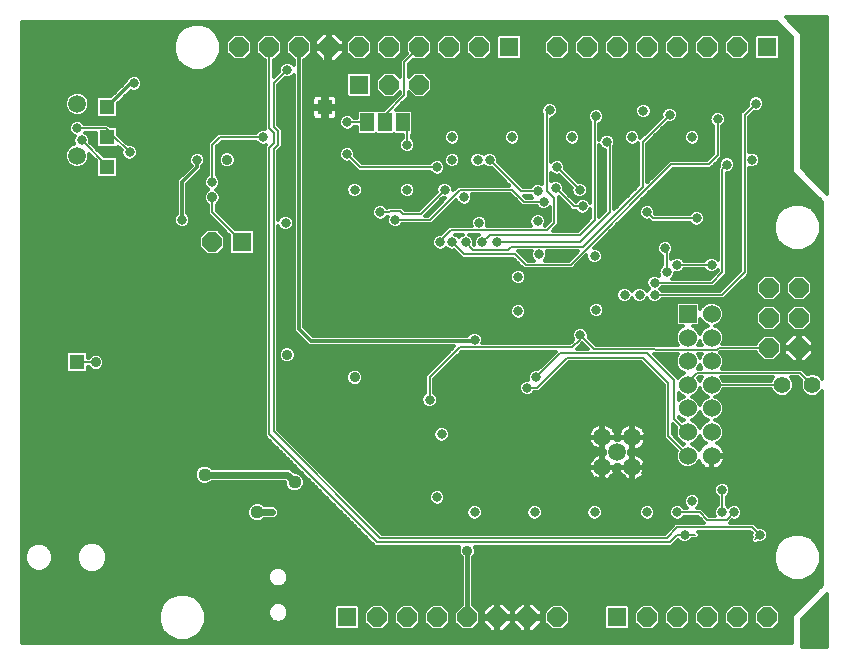
<source format=gbl>
G75*
G70*
%OFA0B0*%
%FSLAX24Y24*%
%IPPOS*%
%LPD*%
%AMOC8*
5,1,8,0,0,1.08239X$1,22.5*
%
%ADD10OC8,0.0640*%
%ADD11R,0.0640X0.0640*%
%ADD12R,0.0460X0.0630*%
%ADD13C,0.0594*%
%ADD14R,0.0512X0.0512*%
%ADD15R,0.0600X0.0600*%
%ADD16C,0.0600*%
%ADD17C,0.0560*%
%ADD18C,0.0440*%
%ADD19C,0.0240*%
%ADD20C,0.0360*%
%ADD21C,0.0160*%
%ADD22C,0.0330*%
%ADD23C,0.0100*%
%ADD24C,0.0120*%
%ADD25C,0.0070*%
%ADD26C,0.0350*%
D10*
X013750Y002336D03*
X014750Y002336D03*
X015750Y002336D03*
X016750Y002336D03*
X017750Y002336D03*
X018750Y002336D03*
X019750Y002336D03*
X022750Y002336D03*
X023750Y002336D03*
X024750Y002336D03*
X025750Y002336D03*
X026750Y002336D03*
X026805Y011316D03*
X026805Y012316D03*
X027805Y012316D03*
X027805Y011316D03*
X027805Y013316D03*
X026805Y013316D03*
X025750Y021336D03*
X024750Y021336D03*
X023750Y021336D03*
X022750Y021336D03*
X021750Y021336D03*
X020750Y021336D03*
X019750Y021336D03*
X017150Y021336D03*
X016150Y021336D03*
X015150Y021336D03*
X014150Y021336D03*
X013150Y021336D03*
X012150Y021336D03*
X011150Y021336D03*
X010150Y021336D03*
X009150Y021336D03*
X014150Y020086D03*
X015150Y020086D03*
X008250Y014836D03*
D11*
X009250Y014836D03*
X013150Y020086D03*
X018150Y021336D03*
X026750Y021336D03*
X021750Y002336D03*
X012750Y002336D03*
D12*
X013400Y018836D03*
X014000Y018836D03*
X014600Y018836D03*
D13*
X003750Y019452D03*
X003750Y017719D03*
X021250Y008336D03*
X021750Y007836D03*
X021250Y007336D03*
X022250Y007336D03*
X022250Y008336D03*
D14*
X012000Y019336D03*
X004750Y019336D03*
X004750Y018336D03*
X004750Y017336D03*
X003750Y010836D03*
D15*
X024106Y012448D03*
D16*
X024894Y012448D03*
X024894Y011660D03*
X024894Y010873D03*
X024106Y010873D03*
X024106Y011660D03*
X024106Y010086D03*
X024894Y010086D03*
X024894Y009298D03*
X024106Y009298D03*
X024106Y008511D03*
X024106Y007723D03*
X024894Y007723D03*
X024894Y008511D03*
D17*
X027250Y010086D03*
X028250Y010086D03*
D18*
X011000Y006836D03*
X009750Y005836D03*
X008000Y007086D03*
D19*
X010750Y007086D01*
X011000Y006836D01*
X010250Y005836D02*
X009750Y005836D01*
D20*
X016750Y004561D03*
D21*
X016750Y002336D01*
D22*
X017000Y005336D03*
X017000Y005836D03*
X017000Y006336D03*
X015750Y006336D03*
X015900Y008436D03*
X015500Y009586D03*
X017000Y011586D03*
X016100Y012336D03*
X014500Y012586D03*
X014500Y013086D03*
X014500Y013586D03*
X013500Y013586D03*
X013500Y013086D03*
X013500Y012586D03*
X012750Y012336D03*
X012750Y010836D03*
X009150Y010836D03*
X009150Y011336D03*
X009150Y010336D03*
X013000Y007836D03*
X013000Y007336D03*
X013000Y006836D03*
X010750Y005836D03*
X010250Y005336D03*
X010250Y004836D03*
X011500Y005086D03*
X018750Y009986D03*
X019050Y010336D03*
X019000Y009536D03*
X018950Y009236D03*
X018950Y008936D03*
X019000Y008636D03*
X019300Y008536D03*
X019600Y008536D03*
X019900Y008536D03*
X020200Y008536D03*
X020500Y008536D03*
X020800Y008636D03*
X020750Y008336D03*
X020800Y008036D03*
X021050Y007886D03*
X020850Y007636D03*
X020750Y007336D03*
X020800Y007036D03*
X021050Y006886D03*
X021350Y006836D03*
X021600Y006986D03*
X021900Y006986D03*
X022200Y006836D03*
X022500Y006886D03*
X022700Y007136D03*
X022750Y007436D03*
X022600Y007736D03*
X022700Y008036D03*
X022300Y007836D03*
X021700Y007286D03*
X021000Y006336D03*
X021000Y005836D03*
X021000Y005386D03*
X022750Y005386D03*
X022750Y005836D03*
X022750Y006336D03*
X023750Y005836D03*
X024250Y006210D03*
X025250Y005836D03*
X025650Y005836D03*
X026500Y005086D03*
X025250Y006586D03*
X024000Y005086D03*
X022750Y008336D03*
X022700Y008636D03*
X022700Y008936D03*
X022400Y008886D03*
X022400Y009186D03*
X022100Y008886D03*
X021800Y008936D03*
X021000Y008886D03*
X020550Y009286D03*
X020550Y009586D03*
X020550Y009886D03*
X020550Y010186D03*
X020550Y010486D03*
X020900Y010736D03*
X020525Y011736D03*
X021050Y012086D03*
X021050Y012586D03*
X021050Y013286D03*
X022000Y013086D03*
X022500Y013086D03*
X023000Y013086D03*
X023000Y013486D03*
X023400Y013836D03*
X023750Y014086D03*
X023350Y014636D03*
X024400Y015636D03*
X023500Y016686D03*
X022750Y015836D03*
X021800Y014986D03*
X021000Y014386D03*
X019750Y014436D03*
X019150Y014436D03*
X018750Y014436D03*
X017750Y014836D03*
X017250Y014836D03*
X016700Y014836D03*
X016250Y014836D03*
X015850Y014836D03*
X016100Y013886D03*
X017150Y015486D03*
X016650Y016336D03*
X016000Y016586D03*
X015750Y017336D03*
X016250Y017586D03*
X016700Y017586D03*
X017100Y017586D03*
X017500Y017586D03*
X018250Y017936D03*
X018250Y018336D03*
X018250Y018836D03*
X019500Y019236D03*
X020250Y018836D03*
X020250Y018336D03*
X020250Y017936D03*
X019750Y017336D03*
X019700Y016636D03*
X019300Y016186D03*
X019100Y016536D03*
X020500Y016586D03*
X020600Y016036D03*
X019100Y015536D03*
X018450Y013686D03*
X018500Y013036D03*
X018450Y012536D03*
X019750Y011736D03*
X022400Y010686D03*
X022400Y010386D03*
X022400Y010086D03*
X022400Y009786D03*
X022400Y009486D03*
X023150Y012036D03*
X024894Y014086D03*
X025407Y017428D03*
X026250Y017586D03*
X026250Y018086D03*
X025100Y018936D03*
X024250Y018836D03*
X024250Y018336D03*
X024250Y017936D03*
X023500Y019086D03*
X022625Y019211D03*
X022250Y018836D03*
X022250Y018336D03*
X022250Y017936D03*
X021407Y018178D03*
X021049Y019036D03*
X016250Y018836D03*
X016250Y018336D03*
X014750Y018086D03*
X014750Y017086D03*
X014750Y016586D03*
X014750Y016086D03*
X014350Y015586D03*
X013850Y015836D03*
X013000Y016086D03*
X013000Y016586D03*
X013000Y017086D03*
X012750Y017771D03*
X012750Y018836D03*
X010750Y020586D03*
X009950Y018336D03*
X008250Y016836D03*
X007750Y017586D03*
X005500Y017836D03*
X003900Y018236D03*
X003750Y018636D03*
X005650Y020136D03*
X007250Y015586D03*
X010700Y015486D03*
X019000Y006336D03*
X019000Y005836D03*
X019000Y005336D03*
X026375Y019461D03*
D23*
X012150Y021336D02*
X012000Y021186D01*
X012000Y019336D01*
D24*
X001910Y022176D02*
X001910Y001496D01*
X027590Y001496D01*
X027590Y002402D01*
X027684Y002496D01*
X028590Y003402D01*
X028590Y009887D01*
X028581Y009865D01*
X028471Y009755D01*
X028328Y009696D01*
X028172Y009696D01*
X028029Y009755D01*
X027919Y009865D01*
X027860Y010008D01*
X027860Y010163D01*
X027891Y010239D01*
X027790Y010341D01*
X027547Y010341D01*
X027581Y010307D01*
X027640Y010163D01*
X027640Y010008D01*
X027581Y009865D01*
X027471Y009755D01*
X027328Y009696D01*
X027172Y009696D01*
X027029Y009755D01*
X026919Y009865D01*
X026888Y009941D01*
X025277Y009941D01*
X025241Y009853D01*
X025126Y009738D01*
X025015Y009692D01*
X025126Y009646D01*
X025241Y009530D01*
X025304Y009380D01*
X025304Y009217D01*
X025241Y009066D01*
X025126Y008951D01*
X025015Y008904D01*
X025126Y008858D01*
X025241Y008743D01*
X025304Y008592D01*
X025304Y008429D01*
X025241Y008279D01*
X025126Y008163D01*
X025081Y008144D01*
X025135Y008117D01*
X025193Y008074D01*
X025245Y008023D01*
X025287Y007964D01*
X025320Y007900D01*
X025342Y007831D01*
X025354Y007760D01*
X025354Y007753D01*
X024924Y007753D01*
X024924Y007693D01*
X025354Y007693D01*
X025354Y007687D01*
X025342Y007616D01*
X028590Y007616D01*
X028590Y007498D02*
X025295Y007498D01*
X025287Y007482D02*
X025320Y007547D01*
X025342Y007616D01*
X025287Y007482D02*
X025245Y007424D01*
X025193Y007373D01*
X025135Y007330D01*
X025070Y007297D01*
X025001Y007275D01*
X024930Y007263D01*
X024924Y007263D01*
X024924Y007693D01*
X024864Y007693D01*
X024864Y007263D01*
X024857Y007263D01*
X024786Y007275D01*
X024717Y007297D01*
X024653Y007330D01*
X024594Y007373D01*
X024543Y007424D01*
X024500Y007482D01*
X024473Y007536D01*
X024454Y007491D01*
X024339Y007376D01*
X024188Y007313D01*
X024025Y007313D01*
X023874Y007376D01*
X023759Y007491D01*
X023696Y007642D01*
X023696Y007805D01*
X023732Y007892D01*
X023305Y008320D01*
X023305Y010076D01*
X022540Y010841D01*
X020135Y010841D01*
X019135Y009841D01*
X018988Y009841D01*
X018983Y009830D01*
X018906Y009752D01*
X018805Y009711D01*
X018695Y009711D01*
X018594Y009752D01*
X018517Y009830D01*
X018475Y009931D01*
X018475Y010040D01*
X018517Y010141D01*
X018594Y010219D01*
X018695Y010261D01*
X018783Y010261D01*
X018775Y010281D01*
X018775Y010390D01*
X018817Y010491D01*
X018894Y010569D01*
X018995Y010611D01*
X019105Y010611D01*
X019115Y010606D01*
X019700Y011191D01*
X016560Y011191D01*
X015645Y010276D01*
X015645Y009823D01*
X015656Y009819D01*
X015733Y009741D01*
X015775Y009640D01*
X015775Y009531D01*
X015733Y009430D01*
X015656Y009352D01*
X015555Y009311D01*
X015445Y009311D01*
X015344Y009352D01*
X015267Y009430D01*
X015225Y009531D01*
X015225Y009640D01*
X015267Y009741D01*
X015344Y009819D01*
X015355Y009823D01*
X015355Y010396D01*
X015440Y010481D01*
X016325Y011366D01*
X011480Y011366D01*
X011080Y011766D01*
X010980Y011865D01*
X010980Y020427D01*
X010906Y020352D01*
X010805Y020311D01*
X010695Y020311D01*
X010685Y020315D01*
X010445Y020076D01*
X010445Y018746D01*
X010595Y018596D01*
X010595Y018026D01*
X010510Y017941D01*
X010445Y017876D01*
X010445Y015589D01*
X010467Y015641D01*
X010544Y015719D01*
X010645Y015761D01*
X010755Y015761D01*
X010856Y015719D01*
X010933Y015641D01*
X010975Y015540D01*
X010975Y015431D01*
X010933Y015330D01*
X010856Y015252D01*
X010755Y015211D01*
X010645Y015211D01*
X010544Y015252D01*
X010467Y015330D01*
X010445Y015383D01*
X010445Y008596D01*
X013910Y005131D01*
X023340Y005131D01*
X023690Y005481D01*
X024650Y005481D01*
X024605Y005526D01*
X024440Y005691D01*
X023988Y005691D01*
X023983Y005680D01*
X023906Y005602D01*
X023805Y005561D01*
X023695Y005561D01*
X023594Y005602D01*
X023517Y005680D01*
X023475Y005781D01*
X023475Y005890D01*
X023517Y005991D01*
X023594Y006069D01*
X023695Y006111D01*
X023805Y006111D01*
X023906Y006069D01*
X023983Y005991D01*
X023988Y005981D01*
X024090Y005981D01*
X024017Y006054D01*
X023975Y006155D01*
X023975Y006264D01*
X024017Y006365D01*
X024094Y006443D01*
X024195Y006485D01*
X024305Y006485D01*
X024406Y006443D01*
X024483Y006365D01*
X024525Y006264D01*
X024525Y006155D01*
X024483Y006054D01*
X024410Y005981D01*
X024560Y005981D01*
X024810Y005731D01*
X024996Y005731D01*
X024975Y005781D01*
X024975Y005890D01*
X025017Y005991D01*
X025094Y006069D01*
X025105Y006073D01*
X025105Y006348D01*
X025094Y006352D01*
X025017Y006430D01*
X024975Y006531D01*
X024975Y006640D01*
X025017Y006741D01*
X025094Y006819D01*
X025195Y006861D01*
X025305Y006861D01*
X025406Y006819D01*
X025483Y006741D01*
X025525Y006640D01*
X025525Y006531D01*
X025483Y006430D01*
X025406Y006352D01*
X025395Y006348D01*
X025395Y006073D01*
X025406Y006069D01*
X025450Y006024D01*
X025494Y006069D01*
X025595Y006111D01*
X025705Y006111D01*
X025806Y006069D01*
X025883Y005991D01*
X025925Y005890D01*
X025925Y005781D01*
X025883Y005680D01*
X025806Y005602D01*
X025705Y005561D01*
X025595Y005561D01*
X025585Y005565D01*
X025500Y005481D01*
X026310Y005481D01*
X026435Y005356D01*
X026445Y005361D01*
X026555Y005361D01*
X026656Y005319D01*
X026733Y005241D01*
X026775Y005140D01*
X026775Y005031D01*
X026733Y004930D01*
X026656Y004852D01*
X026555Y004811D01*
X026445Y004811D01*
X026435Y004815D01*
X026410Y004791D01*
X026290Y004791D01*
X026205Y004876D01*
X026205Y004996D01*
X026229Y005020D01*
X026225Y005031D01*
X026225Y005140D01*
X026229Y005151D01*
X026190Y005191D01*
X024450Y005191D01*
X024495Y005146D01*
X024495Y005026D01*
X024410Y004941D01*
X024238Y004941D01*
X024233Y004930D01*
X024156Y004852D01*
X024055Y004811D01*
X023945Y004811D01*
X023844Y004852D01*
X023783Y004914D01*
X023645Y004776D01*
X023560Y004691D01*
X017010Y004691D01*
X017040Y004618D01*
X017040Y004503D01*
X016996Y004396D01*
X016940Y004340D01*
X016940Y002754D01*
X017180Y002514D01*
X017180Y002157D01*
X016928Y001906D01*
X016572Y001906D01*
X016320Y002157D01*
X016320Y002514D01*
X016560Y002754D01*
X016560Y004340D01*
X016504Y004396D01*
X016460Y004503D01*
X016460Y004618D01*
X016490Y004691D01*
X013690Y004691D01*
X010090Y008291D01*
X010090Y008291D01*
X010005Y008376D01*
X010005Y018046D01*
X010031Y018071D01*
X010005Y018061D01*
X009895Y018061D01*
X009794Y018102D01*
X009717Y018180D01*
X009712Y018191D01*
X008560Y018191D01*
X008395Y018026D01*
X008395Y017073D01*
X008406Y017069D01*
X008483Y016991D01*
X008525Y016890D01*
X008525Y016781D01*
X008483Y016680D01*
X008406Y016602D01*
X008378Y016591D01*
X008411Y016577D01*
X008492Y016497D01*
X008535Y016392D01*
X008535Y016279D01*
X008492Y016174D01*
X008411Y016094D01*
X008395Y016087D01*
X008395Y015896D01*
X009025Y015266D01*
X009616Y015266D01*
X009680Y015201D01*
X009680Y014470D01*
X009616Y014406D01*
X008884Y014406D01*
X008820Y014470D01*
X008820Y015061D01*
X008105Y015776D01*
X008105Y016087D01*
X008089Y016094D01*
X008008Y016174D01*
X007965Y016279D01*
X007965Y016392D01*
X008008Y016497D01*
X008089Y016577D01*
X008122Y016591D01*
X008094Y016602D01*
X008017Y016680D01*
X007975Y016781D01*
X007975Y016890D01*
X008017Y016991D01*
X008094Y017069D01*
X008105Y017073D01*
X008105Y018146D01*
X008355Y018396D01*
X008440Y018481D01*
X009712Y018481D01*
X009717Y018491D01*
X009794Y018569D01*
X009895Y018611D01*
X010005Y018611D01*
X010005Y018610D01*
X010005Y020906D01*
X009972Y020906D01*
X009720Y021157D01*
X009720Y021514D01*
X009972Y021766D01*
X010328Y021766D01*
X010580Y021514D01*
X010580Y021157D01*
X010328Y020906D01*
X010295Y020906D01*
X010295Y020336D01*
X010479Y020520D01*
X010475Y020531D01*
X010475Y020640D01*
X010517Y020741D01*
X010594Y020819D01*
X010695Y020861D01*
X010805Y020861D01*
X010906Y020819D01*
X010980Y020744D01*
X010980Y020906D01*
X010972Y020906D01*
X010720Y021157D01*
X010720Y021514D01*
X010972Y021766D01*
X011328Y021766D01*
X011580Y021514D01*
X011580Y021157D01*
X011328Y020906D01*
X011320Y020906D01*
X011320Y012006D01*
X011620Y011706D01*
X016752Y011706D01*
X016767Y011741D01*
X016844Y011819D01*
X016945Y011861D01*
X017055Y011861D01*
X017156Y011819D01*
X017233Y011741D01*
X017275Y011640D01*
X017275Y011531D01*
X017254Y011481D01*
X020190Y011481D01*
X020291Y011582D01*
X020250Y011681D01*
X020250Y011790D01*
X020292Y011891D01*
X020369Y011969D01*
X020470Y012011D01*
X020580Y012011D01*
X020681Y011969D01*
X020758Y011891D01*
X020800Y011790D01*
X020800Y011681D01*
X020796Y011670D01*
X021035Y011430D01*
X023773Y011414D01*
X023759Y011428D01*
X023696Y011579D01*
X023696Y011742D01*
X023759Y011893D01*
X023874Y012008D01*
X023946Y012038D01*
X023761Y012038D01*
X023696Y012102D01*
X023696Y012793D01*
X023761Y012858D01*
X024452Y012858D01*
X024516Y012793D01*
X024516Y012608D01*
X024546Y012680D01*
X024661Y012795D01*
X024812Y012858D01*
X024975Y012858D01*
X025126Y012795D01*
X025241Y012680D01*
X025304Y012529D01*
X025304Y012366D01*
X025241Y012216D01*
X025126Y012100D01*
X025015Y012054D01*
X025126Y012008D01*
X025241Y011893D01*
X025304Y011742D01*
X025304Y011579D01*
X025255Y011461D01*
X026375Y011461D01*
X026375Y011494D01*
X026627Y011746D01*
X026983Y011746D01*
X027235Y011494D01*
X027235Y011138D01*
X026983Y010886D01*
X026627Y010886D01*
X026375Y011138D01*
X026375Y011171D01*
X025191Y011171D01*
X025183Y011163D01*
X025241Y011105D01*
X025304Y010955D01*
X025304Y010791D01*
X025241Y010641D01*
X025231Y010631D01*
X027910Y010631D01*
X028097Y010444D01*
X028172Y010476D01*
X028328Y010476D01*
X028471Y010416D01*
X028581Y010307D01*
X028590Y010284D01*
X028590Y016169D01*
X027684Y017076D01*
X027684Y017076D01*
X027590Y017169D01*
X027590Y021669D01*
X027084Y022176D01*
X001910Y022176D01*
X001910Y022073D02*
X007466Y022073D01*
X007593Y022126D02*
X007303Y022005D01*
X007080Y021783D01*
X006960Y021493D01*
X006960Y021178D01*
X007080Y020888D01*
X007303Y020666D01*
X007593Y020546D01*
X007907Y020546D01*
X008197Y020666D01*
X008420Y020888D01*
X008540Y021178D01*
X008540Y021493D01*
X008420Y021783D01*
X008197Y022005D01*
X007907Y022126D01*
X007593Y022126D01*
X007252Y021955D02*
X001910Y021955D01*
X001910Y021836D02*
X007133Y021836D01*
X007053Y021718D02*
X001910Y021718D01*
X001910Y021599D02*
X007004Y021599D01*
X006960Y021481D02*
X001910Y021481D01*
X001910Y021362D02*
X006960Y021362D01*
X006960Y021244D02*
X001910Y021244D01*
X001910Y021125D02*
X006982Y021125D01*
X007031Y021007D02*
X001910Y021007D01*
X001910Y020888D02*
X007080Y020888D01*
X007199Y020770D02*
X001910Y020770D01*
X001910Y020651D02*
X007338Y020651D01*
X008162Y020651D02*
X010005Y020651D01*
X010005Y020533D02*
X001910Y020533D01*
X001910Y020414D02*
X010005Y020414D01*
X010005Y020296D02*
X005879Y020296D01*
X005883Y020291D02*
X005806Y020369D01*
X005705Y020411D01*
X005595Y020411D01*
X005494Y020369D01*
X005417Y020291D01*
X005383Y020209D01*
X004875Y019701D01*
X004449Y019701D01*
X004384Y019637D01*
X004384Y019034D01*
X004449Y018970D01*
X005051Y018970D01*
X005116Y019034D01*
X005116Y019461D01*
X005539Y019884D01*
X005595Y019861D01*
X005705Y019861D01*
X005806Y019902D01*
X005883Y019980D01*
X005925Y020081D01*
X005925Y020190D01*
X005883Y020291D01*
X005925Y020177D02*
X010005Y020177D01*
X010005Y020059D02*
X005916Y020059D01*
X005843Y019940D02*
X010005Y019940D01*
X010005Y019822D02*
X005476Y019822D01*
X005358Y019703D02*
X010005Y019703D01*
X010005Y019585D02*
X005239Y019585D01*
X005121Y019466D02*
X010005Y019466D01*
X010005Y019348D02*
X005116Y019348D01*
X005116Y019229D02*
X010005Y019229D01*
X010005Y019111D02*
X005116Y019111D01*
X005074Y018992D02*
X010005Y018992D01*
X010005Y018874D02*
X003894Y018874D01*
X003906Y018869D02*
X003805Y018911D01*
X003695Y018911D01*
X003594Y018869D01*
X003517Y018791D01*
X003475Y018690D01*
X003475Y018581D01*
X003517Y018480D01*
X003594Y018402D01*
X003660Y018375D01*
X003625Y018290D01*
X003625Y018181D01*
X003651Y018119D01*
X003519Y018065D01*
X003405Y017950D01*
X003343Y017800D01*
X003343Y017638D01*
X003405Y017489D01*
X003519Y017374D01*
X003669Y017312D01*
X003831Y017312D01*
X003981Y017374D01*
X004095Y017489D01*
X004157Y017638D01*
X004157Y017773D01*
X004384Y017546D01*
X004384Y017034D01*
X004449Y016970D01*
X005051Y016970D01*
X005116Y017034D01*
X005116Y017637D01*
X005051Y017701D01*
X004639Y017701D01*
X004171Y018170D01*
X004175Y018181D01*
X004175Y018290D01*
X004133Y018391D01*
X004056Y018469D01*
X004003Y018491D01*
X004384Y018491D01*
X004384Y018034D01*
X004449Y017970D01*
X005051Y017970D01*
X005106Y018024D01*
X005229Y017901D01*
X005225Y017890D01*
X005225Y017781D01*
X005267Y017680D01*
X005344Y017602D01*
X005445Y017561D01*
X005555Y017561D01*
X005656Y017602D01*
X005733Y017680D01*
X005775Y017781D01*
X005775Y017890D01*
X005733Y017991D01*
X005656Y018069D01*
X005555Y018111D01*
X005445Y018111D01*
X005435Y018106D01*
X005116Y018425D01*
X005116Y018637D01*
X005051Y018701D01*
X004839Y018701D01*
X004760Y018781D01*
X003988Y018781D01*
X003983Y018791D01*
X003906Y018869D01*
X003831Y019045D02*
X003669Y019045D01*
X003519Y019107D01*
X003405Y019221D01*
X003343Y019371D01*
X003343Y019533D01*
X003405Y019682D01*
X003519Y019797D01*
X003669Y019859D01*
X003831Y019859D01*
X003981Y019797D01*
X004095Y019682D01*
X004157Y019533D01*
X004157Y019371D01*
X004095Y019221D01*
X003981Y019107D01*
X003831Y019045D01*
X003985Y019111D02*
X004384Y019111D01*
X004384Y019229D02*
X004099Y019229D01*
X004148Y019348D02*
X004384Y019348D01*
X004384Y019466D02*
X004157Y019466D01*
X004136Y019585D02*
X004384Y019585D01*
X004074Y019703D02*
X004877Y019703D01*
X004996Y019822D02*
X003921Y019822D01*
X003579Y019822D02*
X001910Y019822D01*
X001910Y019940D02*
X005114Y019940D01*
X005233Y020059D02*
X001910Y020059D01*
X001910Y020177D02*
X005351Y020177D01*
X005421Y020296D02*
X001910Y020296D01*
X001910Y019703D02*
X003426Y019703D01*
X003364Y019585D02*
X001910Y019585D01*
X001910Y019466D02*
X003343Y019466D01*
X003352Y019348D02*
X001910Y019348D01*
X001910Y019229D02*
X003401Y019229D01*
X003515Y019111D02*
X001910Y019111D01*
X001910Y018992D02*
X004426Y018992D01*
X004786Y018755D02*
X010005Y018755D01*
X010005Y018637D02*
X005116Y018637D01*
X005116Y018518D02*
X009744Y018518D01*
X009734Y018163D02*
X008532Y018163D01*
X008414Y018044D02*
X010005Y018044D01*
X010005Y017926D02*
X008395Y017926D01*
X008395Y017807D02*
X008568Y017807D01*
X008589Y017827D02*
X008508Y017747D01*
X008465Y017642D01*
X008465Y017529D01*
X008508Y017424D01*
X008589Y017344D01*
X008693Y017301D01*
X008807Y017301D01*
X008911Y017344D01*
X008992Y017424D01*
X009035Y017529D01*
X009035Y017642D01*
X008992Y017747D01*
X008911Y017827D01*
X008807Y017871D01*
X008693Y017871D01*
X008589Y017827D01*
X008484Y017689D02*
X008395Y017689D01*
X008395Y017570D02*
X008465Y017570D01*
X008497Y017452D02*
X008395Y017452D01*
X008395Y017333D02*
X008615Y017333D01*
X008395Y017215D02*
X010005Y017215D01*
X010005Y017333D02*
X008885Y017333D01*
X009003Y017452D02*
X010005Y017452D01*
X010005Y017570D02*
X009035Y017570D01*
X009016Y017689D02*
X010005Y017689D01*
X010005Y017807D02*
X008932Y017807D01*
X008359Y018400D02*
X005141Y018400D01*
X005260Y018281D02*
X008240Y018281D01*
X008122Y018163D02*
X005378Y018163D01*
X005205Y017926D02*
X004415Y017926D01*
X004384Y018044D02*
X004297Y018044D01*
X004384Y018163D02*
X004178Y018163D01*
X004175Y018281D02*
X004384Y018281D01*
X004384Y018400D02*
X004125Y018400D01*
X003625Y018281D02*
X001910Y018281D01*
X001910Y018163D02*
X003633Y018163D01*
X003499Y018044D02*
X001910Y018044D01*
X001910Y017926D02*
X003395Y017926D01*
X003346Y017807D02*
X001910Y017807D01*
X001910Y017689D02*
X003343Y017689D01*
X003371Y017570D02*
X001910Y017570D01*
X001910Y017452D02*
X003442Y017452D01*
X003619Y017333D02*
X001910Y017333D01*
X001910Y017215D02*
X004384Y017215D01*
X004384Y017333D02*
X003881Y017333D01*
X004058Y017452D02*
X004384Y017452D01*
X004360Y017570D02*
X004129Y017570D01*
X004157Y017689D02*
X004242Y017689D01*
X004534Y017807D02*
X005225Y017807D01*
X005263Y017689D02*
X005064Y017689D01*
X005116Y017570D02*
X005422Y017570D01*
X005578Y017570D02*
X007475Y017570D01*
X007475Y017531D02*
X007475Y017640D01*
X007517Y017741D01*
X007594Y017819D01*
X007695Y017861D01*
X007805Y017861D01*
X007906Y017819D01*
X007983Y017741D01*
X008025Y017640D01*
X008025Y017531D01*
X007983Y017430D01*
X007920Y017367D01*
X007920Y017265D01*
X007420Y016765D01*
X007420Y015804D01*
X007483Y015741D01*
X007525Y015640D01*
X007525Y015531D01*
X007483Y015430D01*
X007406Y015352D01*
X007305Y015311D01*
X007195Y015311D01*
X007094Y015352D01*
X007017Y015430D01*
X006975Y015531D01*
X006975Y015640D01*
X007017Y015741D01*
X007080Y015804D01*
X007080Y016906D01*
X007180Y017006D01*
X007560Y017386D01*
X007517Y017430D01*
X007475Y017531D01*
X007508Y017452D02*
X005116Y017452D01*
X005116Y017333D02*
X007507Y017333D01*
X007389Y017215D02*
X005116Y017215D01*
X005116Y017096D02*
X007270Y017096D01*
X007152Y016978D02*
X005059Y016978D01*
X004441Y016978D02*
X001910Y016978D01*
X001910Y017096D02*
X004384Y017096D01*
X005737Y017689D02*
X007495Y017689D01*
X007583Y017807D02*
X005775Y017807D01*
X005760Y017926D02*
X008105Y017926D01*
X008105Y018044D02*
X005680Y018044D01*
X004750Y019336D02*
X005550Y020136D01*
X005650Y020136D01*
X003606Y018874D02*
X001910Y018874D01*
X001910Y018755D02*
X003502Y018755D01*
X003475Y018637D02*
X001910Y018637D01*
X001910Y018518D02*
X003501Y018518D01*
X003601Y018400D02*
X001910Y018400D01*
X001910Y016859D02*
X007080Y016859D01*
X007080Y016741D02*
X001910Y016741D01*
X001910Y016622D02*
X007080Y016622D01*
X007080Y016504D02*
X001910Y016504D01*
X001910Y016385D02*
X007080Y016385D01*
X007080Y016267D02*
X001910Y016267D01*
X001910Y016148D02*
X007080Y016148D01*
X007080Y016030D02*
X001910Y016030D01*
X001910Y015911D02*
X007080Y015911D01*
X007068Y015793D02*
X001910Y015793D01*
X001910Y015674D02*
X006989Y015674D01*
X006975Y015556D02*
X001910Y015556D01*
X001910Y015437D02*
X007014Y015437D01*
X007176Y015319D02*
X001910Y015319D01*
X001910Y015200D02*
X008006Y015200D01*
X008072Y015266D02*
X007820Y015014D01*
X007820Y014657D01*
X008072Y014406D01*
X008428Y014406D01*
X008680Y014657D01*
X008680Y015014D01*
X008428Y015266D01*
X008072Y015266D01*
X007888Y015082D02*
X001910Y015082D01*
X001910Y014963D02*
X007820Y014963D01*
X007820Y014845D02*
X001910Y014845D01*
X001910Y014726D02*
X007820Y014726D01*
X007870Y014608D02*
X001910Y014608D01*
X001910Y014489D02*
X007988Y014489D01*
X008512Y014489D02*
X008820Y014489D01*
X008820Y014608D02*
X008630Y014608D01*
X008680Y014726D02*
X008820Y014726D01*
X008820Y014845D02*
X008680Y014845D01*
X008680Y014963D02*
X008820Y014963D01*
X008799Y015082D02*
X008612Y015082D01*
X008680Y015200D02*
X008494Y015200D01*
X008562Y015319D02*
X007324Y015319D01*
X007486Y015437D02*
X008443Y015437D01*
X008325Y015556D02*
X007525Y015556D01*
X007511Y015674D02*
X008206Y015674D01*
X008105Y015793D02*
X007432Y015793D01*
X007420Y015911D02*
X008105Y015911D01*
X008105Y016030D02*
X007420Y016030D01*
X007420Y016148D02*
X008034Y016148D01*
X007970Y016267D02*
X007420Y016267D01*
X007420Y016385D02*
X007965Y016385D01*
X008015Y016504D02*
X007420Y016504D01*
X007420Y016622D02*
X008075Y016622D01*
X007992Y016741D02*
X007420Y016741D01*
X007514Y016859D02*
X007975Y016859D01*
X008011Y016978D02*
X007632Y016978D01*
X007751Y017096D02*
X008105Y017096D01*
X008105Y017215D02*
X007869Y017215D01*
X007920Y017333D02*
X008105Y017333D01*
X008105Y017452D02*
X007992Y017452D01*
X008025Y017570D02*
X008105Y017570D01*
X008105Y017689D02*
X008005Y017689D01*
X007917Y017807D02*
X008105Y017807D01*
X007750Y017586D02*
X007750Y017336D01*
X007250Y016836D01*
X007250Y015586D01*
X008395Y015911D02*
X010005Y015911D01*
X010005Y015793D02*
X008498Y015793D01*
X008617Y015674D02*
X010005Y015674D01*
X010005Y015556D02*
X008735Y015556D01*
X008854Y015437D02*
X010005Y015437D01*
X010005Y015319D02*
X008972Y015319D01*
X009680Y015200D02*
X010005Y015200D01*
X010005Y015082D02*
X009680Y015082D01*
X009680Y014963D02*
X010005Y014963D01*
X010005Y014845D02*
X009680Y014845D01*
X009680Y014726D02*
X010005Y014726D01*
X010005Y014608D02*
X009680Y014608D01*
X009680Y014489D02*
X010005Y014489D01*
X010005Y014371D02*
X001910Y014371D01*
X001910Y014252D02*
X010005Y014252D01*
X010005Y014134D02*
X001910Y014134D01*
X001910Y014015D02*
X010005Y014015D01*
X010005Y013897D02*
X001910Y013897D01*
X001910Y013778D02*
X010005Y013778D01*
X010005Y013660D02*
X001910Y013660D01*
X001910Y013541D02*
X010005Y013541D01*
X010005Y013423D02*
X001910Y013423D01*
X001910Y013304D02*
X010005Y013304D01*
X010005Y013186D02*
X001910Y013186D01*
X001910Y013067D02*
X010005Y013067D01*
X010005Y012949D02*
X001910Y012949D01*
X001910Y012830D02*
X010005Y012830D01*
X010005Y012712D02*
X001910Y012712D01*
X001910Y012593D02*
X010005Y012593D01*
X010005Y012475D02*
X001910Y012475D01*
X001910Y012356D02*
X010005Y012356D01*
X010005Y012238D02*
X001910Y012238D01*
X001910Y012119D02*
X010005Y012119D01*
X010005Y012001D02*
X001910Y012001D01*
X001910Y011882D02*
X010005Y011882D01*
X010005Y011764D02*
X001910Y011764D01*
X001910Y011645D02*
X010005Y011645D01*
X010005Y011527D02*
X001910Y011527D01*
X001910Y011408D02*
X010005Y011408D01*
X010005Y011290D02*
X001910Y011290D01*
X001910Y011171D02*
X003418Y011171D01*
X003449Y011201D02*
X003384Y011137D01*
X003384Y010534D01*
X003449Y010470D01*
X004051Y010470D01*
X004116Y010534D01*
X004116Y010691D01*
X004126Y010691D01*
X004132Y010674D01*
X004213Y010594D01*
X004317Y010551D01*
X004431Y010551D01*
X004535Y010594D01*
X004616Y010674D01*
X004659Y010779D01*
X004659Y010892D01*
X004616Y010997D01*
X004535Y011077D01*
X004431Y011121D01*
X004317Y011121D01*
X004213Y011077D01*
X004132Y010997D01*
X004126Y010981D01*
X004116Y010981D01*
X004116Y011137D01*
X004051Y011201D01*
X003449Y011201D01*
X003384Y011053D02*
X001910Y011053D01*
X001910Y010934D02*
X003384Y010934D01*
X003384Y010816D02*
X001910Y010816D01*
X001910Y010697D02*
X003384Y010697D01*
X003384Y010579D02*
X001910Y010579D01*
X001910Y010460D02*
X010005Y010460D01*
X010005Y010342D02*
X001910Y010342D01*
X001910Y010223D02*
X010005Y010223D01*
X010005Y010105D02*
X001910Y010105D01*
X001910Y009986D02*
X010005Y009986D01*
X010005Y009868D02*
X001910Y009868D01*
X001910Y009749D02*
X010005Y009749D01*
X010005Y009631D02*
X001910Y009631D01*
X001910Y009512D02*
X010005Y009512D01*
X010005Y009394D02*
X001910Y009394D01*
X001910Y009275D02*
X010005Y009275D01*
X010005Y009157D02*
X001910Y009157D01*
X001910Y009038D02*
X010005Y009038D01*
X010005Y008920D02*
X001910Y008920D01*
X001910Y008801D02*
X010005Y008801D01*
X010005Y008683D02*
X001910Y008683D01*
X001910Y008564D02*
X010005Y008564D01*
X010005Y008446D02*
X001910Y008446D01*
X001910Y008327D02*
X010053Y008327D01*
X010172Y008209D02*
X001910Y008209D01*
X001910Y008090D02*
X010290Y008090D01*
X010409Y007972D02*
X001910Y007972D01*
X001910Y007853D02*
X010527Y007853D01*
X010646Y007735D02*
X001910Y007735D01*
X001910Y007616D02*
X010764Y007616D01*
X010883Y007498D02*
X001910Y007498D01*
X001910Y007379D02*
X007846Y007379D01*
X007813Y007365D02*
X007720Y007273D01*
X007670Y007151D01*
X007670Y007020D01*
X007720Y006899D01*
X007813Y006806D01*
X007934Y006756D01*
X008066Y006756D01*
X008187Y006806D01*
X008237Y006856D01*
X010655Y006856D01*
X010670Y006840D01*
X010670Y006770D01*
X010720Y006649D01*
X010813Y006556D01*
X010934Y006506D01*
X011066Y006506D01*
X011187Y006556D01*
X011280Y006649D01*
X011330Y006770D01*
X011330Y006901D01*
X011280Y007023D01*
X011187Y007115D01*
X011066Y007166D01*
X010995Y007166D01*
X010845Y007316D01*
X008237Y007316D01*
X008187Y007365D01*
X008066Y007416D01*
X007934Y007416D01*
X007813Y007365D01*
X007715Y007261D02*
X001910Y007261D01*
X001910Y007142D02*
X007670Y007142D01*
X007670Y007024D02*
X001910Y007024D01*
X001910Y006905D02*
X007718Y006905D01*
X007859Y006787D02*
X001910Y006787D01*
X001910Y006668D02*
X010712Y006668D01*
X010670Y006787D02*
X008141Y006787D01*
X008154Y007379D02*
X011001Y007379D01*
X010900Y007261D02*
X011120Y007261D01*
X011122Y007142D02*
X011238Y007142D01*
X011279Y007024D02*
X011357Y007024D01*
X011328Y006905D02*
X011475Y006905D01*
X011594Y006787D02*
X011330Y006787D01*
X011288Y006668D02*
X011712Y006668D01*
X011831Y006550D02*
X011172Y006550D01*
X010828Y006550D02*
X001910Y006550D01*
X001910Y006431D02*
X011949Y006431D01*
X012068Y006313D02*
X001910Y006313D01*
X001910Y006194D02*
X012186Y006194D01*
X012305Y006076D02*
X009977Y006076D01*
X009987Y006066D02*
X009937Y006115D01*
X009816Y006166D01*
X009684Y006166D01*
X009563Y006115D01*
X009470Y006023D01*
X009420Y005901D01*
X009420Y005770D01*
X009470Y005649D01*
X009563Y005556D01*
X009684Y005506D01*
X009816Y005506D01*
X009937Y005556D01*
X009987Y005606D01*
X010345Y005606D01*
X010480Y005740D01*
X010480Y005931D01*
X010345Y006066D01*
X009987Y006066D01*
X009523Y006076D02*
X001910Y006076D01*
X001910Y005957D02*
X009443Y005957D01*
X009420Y005839D02*
X001910Y005839D01*
X001910Y005720D02*
X009441Y005720D01*
X009517Y005602D02*
X001910Y005602D01*
X001910Y005483D02*
X012897Y005483D01*
X012779Y005602D02*
X009983Y005602D01*
X010460Y005720D02*
X012660Y005720D01*
X012542Y005839D02*
X010480Y005839D01*
X010454Y005957D02*
X012423Y005957D01*
X012728Y006313D02*
X015475Y006313D01*
X015475Y006281D02*
X015475Y006390D01*
X015517Y006491D01*
X015594Y006569D01*
X015695Y006611D01*
X015805Y006611D01*
X015906Y006569D01*
X015983Y006491D01*
X016025Y006390D01*
X016025Y006281D01*
X015983Y006180D01*
X015906Y006102D01*
X015805Y006061D01*
X015695Y006061D01*
X015594Y006102D01*
X015517Y006180D01*
X015475Y006281D01*
X015511Y006194D02*
X012847Y006194D01*
X012965Y006076D02*
X015659Y006076D01*
X015841Y006076D02*
X016861Y006076D01*
X016844Y006069D02*
X016767Y005991D01*
X016725Y005890D01*
X016725Y005781D01*
X016767Y005680D01*
X016844Y005602D01*
X016945Y005561D01*
X017055Y005561D01*
X017156Y005602D01*
X017233Y005680D01*
X017275Y005781D01*
X017275Y005890D01*
X017233Y005991D01*
X017156Y006069D01*
X017055Y006111D01*
X016945Y006111D01*
X016844Y006069D01*
X016753Y005957D02*
X013084Y005957D01*
X013202Y005839D02*
X016725Y005839D01*
X016750Y005720D02*
X013321Y005720D01*
X013439Y005602D02*
X016846Y005602D01*
X017154Y005602D02*
X018846Y005602D01*
X018844Y005602D02*
X018945Y005561D01*
X019055Y005561D01*
X019156Y005602D01*
X019233Y005680D01*
X019275Y005781D01*
X019275Y005890D01*
X019233Y005991D01*
X019156Y006069D01*
X019055Y006111D01*
X018945Y006111D01*
X018844Y006069D01*
X018767Y005991D01*
X018725Y005890D01*
X018725Y005781D01*
X018767Y005680D01*
X018844Y005602D01*
X018750Y005720D02*
X017250Y005720D01*
X017275Y005839D02*
X018725Y005839D01*
X018753Y005957D02*
X017247Y005957D01*
X017139Y006076D02*
X018861Y006076D01*
X019139Y006076D02*
X020861Y006076D01*
X020844Y006069D02*
X020767Y005991D01*
X020725Y005890D01*
X020725Y005781D01*
X020767Y005680D01*
X020844Y005602D01*
X020945Y005561D01*
X021055Y005561D01*
X021156Y005602D01*
X021233Y005680D01*
X021275Y005781D01*
X021275Y005890D01*
X021233Y005991D01*
X021156Y006069D01*
X021055Y006111D01*
X020945Y006111D01*
X020844Y006069D01*
X020753Y005957D02*
X019247Y005957D01*
X019275Y005839D02*
X020725Y005839D01*
X020750Y005720D02*
X019250Y005720D01*
X019154Y005602D02*
X020846Y005602D01*
X021154Y005602D02*
X022596Y005602D01*
X022594Y005602D02*
X022695Y005561D01*
X022805Y005561D01*
X022906Y005602D01*
X022983Y005680D01*
X023025Y005781D01*
X023025Y005890D01*
X022983Y005991D01*
X022906Y006069D01*
X022805Y006111D01*
X022695Y006111D01*
X022594Y006069D01*
X022517Y005991D01*
X022475Y005890D01*
X022475Y005781D01*
X022517Y005680D01*
X022594Y005602D01*
X022500Y005720D02*
X021250Y005720D01*
X021275Y005839D02*
X022475Y005839D01*
X022503Y005957D02*
X021247Y005957D01*
X021139Y006076D02*
X022611Y006076D01*
X022889Y006076D02*
X023611Y006076D01*
X023503Y005957D02*
X022997Y005957D01*
X023025Y005839D02*
X023475Y005839D01*
X023500Y005720D02*
X023000Y005720D01*
X022904Y005602D02*
X023596Y005602D01*
X023574Y005365D02*
X013676Y005365D01*
X013558Y005483D02*
X024647Y005483D01*
X024529Y005602D02*
X023904Y005602D01*
X023455Y005246D02*
X013795Y005246D01*
X013371Y005009D02*
X001910Y005009D01*
X001910Y004891D02*
X013490Y004891D01*
X013608Y004772D02*
X004530Y004772D01*
X004532Y004772D02*
X004342Y004850D01*
X004138Y004850D01*
X003949Y004772D01*
X003804Y004627D01*
X003726Y004438D01*
X003726Y004233D01*
X003804Y004044D01*
X003949Y003900D01*
X004138Y003821D01*
X004342Y003821D01*
X004532Y003900D01*
X004676Y004044D01*
X004754Y004233D01*
X004754Y004438D01*
X004676Y004627D01*
X004532Y004772D01*
X004650Y004654D02*
X016475Y004654D01*
X016460Y004535D02*
X004714Y004535D01*
X004754Y004417D02*
X016496Y004417D01*
X016560Y004298D02*
X004754Y004298D01*
X004732Y004180D02*
X016560Y004180D01*
X016560Y004061D02*
X004683Y004061D01*
X004575Y003943D02*
X010240Y003943D01*
X010259Y003962D02*
X010164Y003867D01*
X010113Y003743D01*
X010113Y003609D01*
X010164Y003485D01*
X010259Y003390D01*
X010383Y003339D01*
X010517Y003339D01*
X010641Y003390D01*
X010736Y003485D01*
X010787Y003609D01*
X010787Y003743D01*
X010736Y003867D01*
X010641Y003962D01*
X010517Y004013D01*
X010383Y004013D01*
X010259Y003962D01*
X010146Y003824D02*
X004349Y003824D01*
X004131Y003824D02*
X001910Y003824D01*
X001910Y003706D02*
X010113Y003706D01*
X010122Y003587D02*
X001910Y003587D01*
X001910Y003469D02*
X010181Y003469D01*
X010356Y003350D02*
X001910Y003350D01*
X001910Y003232D02*
X016560Y003232D01*
X016560Y003350D02*
X010544Y003350D01*
X010719Y003469D02*
X016560Y003469D01*
X016560Y003587D02*
X010778Y003587D01*
X010787Y003706D02*
X016560Y003706D01*
X016560Y003824D02*
X010754Y003824D01*
X010660Y003943D02*
X016560Y003943D01*
X016940Y003943D02*
X027058Y003943D01*
X027080Y003888D02*
X027303Y003666D01*
X027593Y003546D01*
X027907Y003546D01*
X028197Y003666D01*
X028420Y003888D01*
X028540Y004178D01*
X028540Y004493D01*
X028420Y004783D01*
X028197Y005005D01*
X027907Y005126D01*
X027593Y005126D01*
X027303Y005005D01*
X027080Y004783D01*
X026960Y004493D01*
X026960Y004178D01*
X027080Y003888D01*
X027144Y003824D02*
X016940Y003824D01*
X016940Y003706D02*
X027263Y003706D01*
X027493Y003587D02*
X016940Y003587D01*
X016940Y003469D02*
X028590Y003469D01*
X028590Y003587D02*
X028007Y003587D01*
X028237Y003706D02*
X028590Y003706D01*
X028590Y003824D02*
X028356Y003824D01*
X028442Y003943D02*
X028590Y003943D01*
X028590Y004061D02*
X028491Y004061D01*
X028540Y004180D02*
X028590Y004180D01*
X028590Y004298D02*
X028540Y004298D01*
X028540Y004417D02*
X028590Y004417D01*
X028590Y004535D02*
X028522Y004535D01*
X028473Y004654D02*
X028590Y004654D01*
X028590Y004772D02*
X028424Y004772D01*
X028312Y004891D02*
X028590Y004891D01*
X028590Y005009D02*
X028188Y005009D01*
X028590Y005128D02*
X026775Y005128D01*
X026766Y005009D02*
X027312Y005009D01*
X027188Y004891D02*
X026694Y004891D01*
X027076Y004772D02*
X023642Y004772D01*
X023760Y004891D02*
X023806Y004891D01*
X024194Y004891D02*
X026205Y004891D01*
X026218Y005009D02*
X024479Y005009D01*
X024495Y005128D02*
X026225Y005128D01*
X026426Y005365D02*
X028590Y005365D01*
X028590Y005483D02*
X025503Y005483D01*
X025804Y005602D02*
X028590Y005602D01*
X028590Y005720D02*
X025900Y005720D01*
X025925Y005839D02*
X028590Y005839D01*
X028590Y005957D02*
X025897Y005957D01*
X025789Y006076D02*
X028590Y006076D01*
X028590Y006194D02*
X025395Y006194D01*
X025395Y006076D02*
X025511Y006076D01*
X025395Y006313D02*
X028590Y006313D01*
X028590Y006431D02*
X025484Y006431D01*
X025525Y006550D02*
X028590Y006550D01*
X028590Y006668D02*
X025513Y006668D01*
X025438Y006787D02*
X028590Y006787D01*
X028590Y006905D02*
X022405Y006905D01*
X022425Y006912D02*
X022490Y006945D01*
X022548Y006987D01*
X022599Y007038D01*
X022641Y007096D01*
X022674Y007160D01*
X022696Y007229D01*
X022707Y007300D01*
X022707Y007307D01*
X022279Y007307D01*
X022279Y007364D01*
X022707Y007364D01*
X022707Y007372D01*
X022696Y007443D01*
X022674Y007511D01*
X022641Y007575D01*
X022599Y007633D01*
X022548Y007684D01*
X022490Y007727D01*
X022425Y007759D01*
X022357Y007781D01*
X022286Y007793D01*
X022279Y007793D01*
X022279Y007364D01*
X022221Y007364D01*
X022221Y007307D01*
X021793Y007307D01*
X021793Y007300D01*
X021804Y007229D01*
X021826Y007160D01*
X021859Y007096D01*
X021901Y007038D01*
X021952Y006987D01*
X022010Y006945D01*
X022075Y006912D01*
X022143Y006890D01*
X022214Y006878D01*
X022221Y006878D01*
X022221Y007307D01*
X022279Y007307D01*
X022279Y006878D01*
X022286Y006878D01*
X022357Y006890D01*
X022425Y006912D01*
X022279Y006905D02*
X022221Y006905D01*
X022221Y007024D02*
X022279Y007024D01*
X022279Y007142D02*
X022221Y007142D01*
X022221Y007261D02*
X022279Y007261D01*
X022279Y007379D02*
X022221Y007379D01*
X022221Y007364D02*
X022221Y007793D01*
X022214Y007793D01*
X022157Y007784D01*
X022157Y007887D01*
X022214Y007878D01*
X022221Y007878D01*
X022221Y008307D01*
X021793Y008307D01*
X021793Y008300D01*
X021802Y008243D01*
X021698Y008243D01*
X021707Y008300D01*
X021707Y008307D01*
X021279Y008307D01*
X021279Y008364D01*
X021707Y008364D01*
X021707Y008372D01*
X021696Y008443D01*
X021674Y008511D01*
X021641Y008575D01*
X021599Y008633D01*
X021548Y008684D01*
X021490Y008727D01*
X021425Y008759D01*
X021357Y008781D01*
X021286Y008793D01*
X021279Y008793D01*
X021279Y008364D01*
X021221Y008364D01*
X021221Y008307D01*
X020793Y008307D01*
X020793Y008300D01*
X020804Y008229D01*
X020826Y008160D01*
X020859Y008096D01*
X020901Y008038D01*
X020952Y007987D01*
X021010Y007945D01*
X021075Y007912D01*
X021143Y007890D01*
X021214Y007878D01*
X021221Y007878D01*
X021221Y008307D01*
X021279Y008307D01*
X021279Y007878D01*
X021286Y007878D01*
X021343Y007887D01*
X021343Y007784D01*
X021286Y007793D01*
X021279Y007793D01*
X021279Y007364D01*
X021707Y007364D01*
X021707Y007372D01*
X021698Y007428D01*
X021802Y007428D01*
X021793Y007372D01*
X021793Y007364D01*
X022221Y007364D01*
X022221Y007498D02*
X022279Y007498D01*
X022279Y007616D02*
X022221Y007616D01*
X022221Y007735D02*
X022279Y007735D01*
X022279Y007878D02*
X022286Y007878D01*
X022357Y007890D01*
X022425Y007912D01*
X022490Y007945D01*
X022548Y007987D01*
X022599Y008038D01*
X022641Y008096D01*
X022674Y008160D01*
X022696Y008229D01*
X022707Y008300D01*
X022707Y008307D01*
X022279Y008307D01*
X022279Y008364D01*
X022707Y008364D01*
X022707Y008372D01*
X022696Y008443D01*
X022674Y008511D01*
X022641Y008575D01*
X022599Y008633D01*
X022548Y008684D01*
X022490Y008727D01*
X022425Y008759D01*
X022357Y008781D01*
X022286Y008793D01*
X022279Y008793D01*
X022279Y008364D01*
X022221Y008364D01*
X022221Y008307D01*
X022279Y008307D01*
X022279Y007878D01*
X022279Y007972D02*
X022221Y007972D01*
X022221Y008090D02*
X022279Y008090D01*
X022279Y008209D02*
X022221Y008209D01*
X022221Y008327D02*
X021279Y008327D01*
X021221Y008327D02*
X016153Y008327D01*
X016133Y008280D02*
X016175Y008381D01*
X016175Y008490D01*
X016133Y008591D01*
X016056Y008669D01*
X015955Y008711D01*
X015845Y008711D01*
X015744Y008669D01*
X015667Y008591D01*
X015625Y008490D01*
X015625Y008381D01*
X015667Y008280D01*
X015744Y008202D01*
X015845Y008161D01*
X015955Y008161D01*
X016056Y008202D01*
X016133Y008280D01*
X016062Y008209D02*
X020811Y008209D01*
X020863Y008090D02*
X010951Y008090D01*
X011069Y007972D02*
X020973Y007972D01*
X021075Y007759D02*
X021010Y007727D01*
X020952Y007684D01*
X020901Y007633D01*
X020859Y007575D01*
X020826Y007511D01*
X020804Y007443D01*
X020793Y007372D01*
X020793Y007364D01*
X021221Y007364D01*
X021221Y007307D01*
X020793Y007307D01*
X020793Y007300D01*
X020804Y007229D01*
X020826Y007160D01*
X020859Y007096D01*
X020901Y007038D01*
X020952Y006987D01*
X021010Y006945D01*
X021075Y006912D01*
X021143Y006890D01*
X021214Y006878D01*
X021221Y006878D01*
X021221Y007307D01*
X021279Y007307D01*
X021279Y007364D01*
X021221Y007364D01*
X021221Y007793D01*
X021214Y007793D01*
X021143Y007781D01*
X021075Y007759D01*
X021026Y007735D02*
X011306Y007735D01*
X011188Y007853D02*
X021343Y007853D01*
X021279Y007735D02*
X021221Y007735D01*
X021221Y007616D02*
X021279Y007616D01*
X021279Y007498D02*
X021221Y007498D01*
X021221Y007379D02*
X021279Y007379D01*
X021279Y007307D02*
X021707Y007307D01*
X021707Y007300D01*
X021696Y007229D01*
X021674Y007160D01*
X021641Y007096D01*
X021599Y007038D01*
X021548Y006987D01*
X021490Y006945D01*
X021425Y006912D01*
X021357Y006890D01*
X021286Y006878D01*
X021279Y006878D01*
X021279Y007307D01*
X021279Y007261D02*
X021221Y007261D01*
X021221Y007142D02*
X021279Y007142D01*
X021279Y007024D02*
X021221Y007024D01*
X021221Y006905D02*
X021279Y006905D01*
X021405Y006905D02*
X022095Y006905D01*
X021915Y007024D02*
X021585Y007024D01*
X021664Y007142D02*
X021835Y007142D01*
X021799Y007261D02*
X021701Y007261D01*
X021706Y007379D02*
X021794Y007379D01*
X022157Y007853D02*
X023716Y007853D01*
X023696Y007735D02*
X022474Y007735D01*
X022611Y007616D02*
X023707Y007616D01*
X023756Y007498D02*
X022678Y007498D01*
X022706Y007379D02*
X023871Y007379D01*
X024342Y007379D02*
X024587Y007379D01*
X024492Y007498D02*
X024457Y007498D01*
X024864Y007498D02*
X024924Y007498D01*
X024924Y007616D02*
X024864Y007616D01*
X024924Y007735D02*
X028590Y007735D01*
X028590Y007853D02*
X025335Y007853D01*
X025282Y007972D02*
X028590Y007972D01*
X028590Y008090D02*
X025172Y008090D01*
X025171Y008209D02*
X028590Y008209D01*
X028590Y008327D02*
X025261Y008327D01*
X025304Y008446D02*
X028590Y008446D01*
X028590Y008564D02*
X025304Y008564D01*
X025266Y008683D02*
X028590Y008683D01*
X028590Y008801D02*
X025183Y008801D01*
X025051Y008920D02*
X028590Y008920D01*
X028590Y009038D02*
X025213Y009038D01*
X025279Y009157D02*
X028590Y009157D01*
X028590Y009275D02*
X025304Y009275D01*
X025298Y009394D02*
X028590Y009394D01*
X028590Y009512D02*
X025249Y009512D01*
X025141Y009631D02*
X028590Y009631D01*
X028590Y009749D02*
X028457Y009749D01*
X028582Y009868D02*
X028590Y009868D01*
X028590Y010342D02*
X028546Y010342D01*
X028590Y010460D02*
X028365Y010460D01*
X028135Y010460D02*
X028081Y010460D01*
X027962Y010579D02*
X028590Y010579D01*
X028590Y010697D02*
X025265Y010697D01*
X025304Y010816D02*
X028590Y010816D01*
X028590Y010934D02*
X028102Y010934D01*
X028004Y010836D02*
X028285Y011117D01*
X028285Y011276D01*
X027845Y011276D01*
X027845Y010836D01*
X028004Y010836D01*
X027845Y010934D02*
X027765Y010934D01*
X027765Y010836D02*
X027765Y011276D01*
X027325Y011276D01*
X027325Y011117D01*
X027606Y010836D01*
X027765Y010836D01*
X027765Y011053D02*
X027845Y011053D01*
X027845Y011171D02*
X027765Y011171D01*
X027765Y011276D02*
X027845Y011276D01*
X027845Y011356D01*
X027765Y011356D01*
X027765Y011276D01*
X027765Y011290D02*
X027235Y011290D01*
X027325Y011356D02*
X027765Y011356D01*
X027765Y011796D01*
X027606Y011796D01*
X027325Y011515D01*
X027325Y011356D01*
X027325Y011408D02*
X027235Y011408D01*
X027203Y011527D02*
X027337Y011527D01*
X027456Y011645D02*
X027084Y011645D01*
X026983Y011886D02*
X026627Y011886D01*
X026375Y012138D01*
X026375Y012494D01*
X026627Y012746D01*
X026983Y012746D01*
X027235Y012494D01*
X027235Y012138D01*
X026983Y011886D01*
X027098Y012001D02*
X027512Y012001D01*
X027627Y011886D02*
X027983Y011886D01*
X028235Y012138D01*
X028235Y012494D01*
X027983Y012746D01*
X027627Y012746D01*
X027375Y012494D01*
X027375Y012138D01*
X027627Y011886D01*
X027574Y011764D02*
X025295Y011764D01*
X025304Y011645D02*
X026526Y011645D01*
X026408Y011527D02*
X025282Y011527D01*
X025246Y011882D02*
X028590Y011882D01*
X028590Y011764D02*
X028036Y011764D01*
X028004Y011796D02*
X027845Y011796D01*
X027845Y011356D01*
X028285Y011356D01*
X028285Y011515D01*
X028004Y011796D01*
X027845Y011764D02*
X027765Y011764D01*
X027765Y011645D02*
X027845Y011645D01*
X027845Y011527D02*
X027765Y011527D01*
X027765Y011408D02*
X027845Y011408D01*
X027845Y011290D02*
X028590Y011290D01*
X028590Y011408D02*
X028285Y011408D01*
X028273Y011527D02*
X028590Y011527D01*
X028590Y011645D02*
X028155Y011645D01*
X028098Y012001D02*
X028590Y012001D01*
X028590Y012119D02*
X028216Y012119D01*
X028235Y012238D02*
X028590Y012238D01*
X028590Y012356D02*
X028235Y012356D01*
X028235Y012475D02*
X028590Y012475D01*
X028590Y012593D02*
X028136Y012593D01*
X028018Y012712D02*
X028590Y012712D01*
X028590Y012830D02*
X025042Y012830D01*
X025210Y012712D02*
X026593Y012712D01*
X026474Y012593D02*
X025277Y012593D01*
X025304Y012475D02*
X026375Y012475D01*
X026375Y012356D02*
X025300Y012356D01*
X025250Y012238D02*
X026375Y012238D01*
X026394Y012119D02*
X025145Y012119D01*
X025133Y012001D02*
X026512Y012001D01*
X027136Y012593D02*
X027474Y012593D01*
X027375Y012475D02*
X027235Y012475D01*
X027235Y012356D02*
X027375Y012356D01*
X027375Y012238D02*
X027235Y012238D01*
X027216Y012119D02*
X027394Y012119D01*
X027593Y012712D02*
X027018Y012712D01*
X026983Y012886D02*
X026627Y012886D01*
X026375Y013138D01*
X026375Y013494D01*
X026627Y013746D01*
X026983Y013746D01*
X027235Y013494D01*
X027235Y013138D01*
X026983Y012886D01*
X027046Y012949D02*
X027564Y012949D01*
X027627Y012886D02*
X027983Y012886D01*
X028235Y013138D01*
X028235Y013494D01*
X027983Y013746D01*
X027627Y013746D01*
X027375Y013494D01*
X027375Y013138D01*
X027627Y012886D01*
X027446Y013067D02*
X027164Y013067D01*
X027235Y013186D02*
X027375Y013186D01*
X027375Y013304D02*
X027235Y013304D01*
X027235Y013423D02*
X027375Y013423D01*
X027422Y013541D02*
X027188Y013541D01*
X027070Y013660D02*
X027541Y013660D01*
X028070Y013660D02*
X028590Y013660D01*
X028590Y013778D02*
X026145Y013778D01*
X026145Y013776D02*
X026145Y017331D01*
X026195Y017311D01*
X026305Y017311D01*
X026406Y017352D01*
X026483Y017430D01*
X026525Y017531D01*
X026525Y017640D01*
X026483Y017741D01*
X026406Y017819D01*
X026305Y017861D01*
X026195Y017861D01*
X026145Y017840D01*
X026145Y019026D01*
X026310Y019190D01*
X026320Y019186D01*
X026430Y019186D01*
X026531Y019227D01*
X026608Y019305D01*
X026650Y019406D01*
X026650Y019515D01*
X026608Y019616D01*
X026531Y019694D01*
X026430Y019736D01*
X026320Y019736D01*
X026219Y019694D01*
X026142Y019616D01*
X026100Y019515D01*
X026100Y019406D01*
X026104Y019395D01*
X025855Y019146D01*
X025855Y013896D01*
X025190Y013231D01*
X023238Y013231D01*
X023233Y013241D01*
X023189Y013286D01*
X023233Y013330D01*
X023238Y013341D01*
X024960Y013341D01*
X025310Y013691D01*
X025395Y013776D01*
X025395Y017153D01*
X025462Y017153D01*
X025563Y017195D01*
X025641Y017272D01*
X025682Y017373D01*
X025682Y017483D01*
X025641Y017584D01*
X025563Y017661D01*
X025462Y017703D01*
X025353Y017703D01*
X025252Y017661D01*
X025174Y017584D01*
X025132Y017483D01*
X025132Y017373D01*
X025137Y017363D01*
X025105Y017331D01*
X025105Y014263D01*
X025049Y014319D01*
X024948Y014361D01*
X024839Y014361D01*
X024738Y014319D01*
X024661Y014241D01*
X024656Y014231D01*
X023988Y014231D01*
X023983Y014241D01*
X023906Y014319D01*
X023805Y014361D01*
X023695Y014361D01*
X023594Y014319D01*
X023545Y014269D01*
X023545Y014442D01*
X023583Y014480D01*
X023625Y014581D01*
X023625Y014690D01*
X023583Y014791D01*
X023506Y014869D01*
X023405Y014911D01*
X023295Y014911D01*
X023194Y014869D01*
X023117Y014791D01*
X023075Y014690D01*
X023075Y014581D01*
X023117Y014480D01*
X023194Y014402D01*
X023255Y014377D01*
X023255Y014073D01*
X023244Y014069D01*
X023167Y013991D01*
X023125Y013890D01*
X023125Y013781D01*
X023150Y013721D01*
X023055Y013761D01*
X022945Y013761D01*
X022844Y013719D01*
X022767Y013641D01*
X022725Y013540D01*
X022725Y013431D01*
X022767Y013330D01*
X022811Y013286D01*
X022767Y013241D01*
X022750Y013201D01*
X022733Y013241D01*
X022656Y013319D01*
X022555Y013361D01*
X022445Y013361D01*
X022344Y013319D01*
X022267Y013241D01*
X022250Y013201D01*
X022233Y013241D01*
X022156Y013319D01*
X022055Y013361D01*
X021945Y013361D01*
X021844Y013319D01*
X021767Y013241D01*
X021725Y013140D01*
X021725Y013031D01*
X021767Y012930D01*
X021844Y012852D01*
X021945Y012811D01*
X022055Y012811D01*
X022156Y012852D01*
X022233Y012930D01*
X022250Y012971D01*
X022267Y012930D01*
X022344Y012852D01*
X022445Y012811D01*
X022555Y012811D01*
X022656Y012852D01*
X022733Y012930D01*
X022750Y012971D01*
X022767Y012930D01*
X022844Y012852D01*
X022945Y012811D01*
X023055Y012811D01*
X023156Y012852D01*
X023233Y012930D01*
X023238Y012941D01*
X025310Y012941D01*
X026060Y013691D01*
X026145Y013776D01*
X026145Y013897D02*
X028590Y013897D01*
X028590Y014015D02*
X026145Y014015D01*
X026145Y014134D02*
X028590Y014134D01*
X028590Y014252D02*
X026145Y014252D01*
X026145Y014371D02*
X028590Y014371D01*
X028590Y014489D02*
X026145Y014489D01*
X026145Y014608D02*
X027443Y014608D01*
X027303Y014666D02*
X027593Y014546D01*
X027907Y014546D01*
X028197Y014666D01*
X028420Y014888D01*
X028540Y015178D01*
X028540Y015493D01*
X028420Y015783D01*
X028197Y016005D01*
X027907Y016126D01*
X027593Y016126D01*
X027303Y016005D01*
X027080Y015783D01*
X026960Y015493D01*
X026960Y015178D01*
X027080Y014888D01*
X027303Y014666D01*
X027242Y014726D02*
X026145Y014726D01*
X026145Y014845D02*
X027124Y014845D01*
X027049Y014963D02*
X026145Y014963D01*
X026145Y015082D02*
X027000Y015082D01*
X026960Y015200D02*
X026145Y015200D01*
X026145Y015319D02*
X026960Y015319D01*
X026960Y015437D02*
X026145Y015437D01*
X026145Y015556D02*
X026986Y015556D01*
X027035Y015674D02*
X026145Y015674D01*
X026145Y015793D02*
X027090Y015793D01*
X027208Y015911D02*
X026145Y015911D01*
X026145Y016030D02*
X027361Y016030D01*
X028139Y016030D02*
X028590Y016030D01*
X028590Y016148D02*
X026145Y016148D01*
X026145Y016267D02*
X028493Y016267D01*
X028374Y016385D02*
X026145Y016385D01*
X026145Y016504D02*
X028256Y016504D01*
X028137Y016622D02*
X026145Y016622D01*
X026145Y016741D02*
X028019Y016741D01*
X027900Y016859D02*
X026145Y016859D01*
X026145Y016978D02*
X027782Y016978D01*
X027663Y017096D02*
X026145Y017096D01*
X026145Y017215D02*
X027590Y017215D01*
X027590Y017333D02*
X026359Y017333D01*
X026492Y017452D02*
X027590Y017452D01*
X027590Y017570D02*
X026525Y017570D01*
X026505Y017689D02*
X027590Y017689D01*
X027590Y017807D02*
X026417Y017807D01*
X026145Y017926D02*
X027590Y017926D01*
X027590Y018044D02*
X026145Y018044D01*
X026145Y018163D02*
X027590Y018163D01*
X027590Y018281D02*
X026145Y018281D01*
X026145Y018400D02*
X027590Y018400D01*
X027590Y018518D02*
X026145Y018518D01*
X026145Y018637D02*
X027590Y018637D01*
X027590Y018755D02*
X026145Y018755D01*
X026145Y018874D02*
X027590Y018874D01*
X027590Y018992D02*
X026145Y018992D01*
X026230Y019111D02*
X027590Y019111D01*
X027590Y019229D02*
X026532Y019229D01*
X026626Y019348D02*
X027590Y019348D01*
X027590Y019466D02*
X026650Y019466D01*
X026621Y019585D02*
X027590Y019585D01*
X027590Y019703D02*
X026508Y019703D01*
X026242Y019703D02*
X015376Y019703D01*
X015328Y019656D02*
X015580Y019907D01*
X015580Y020264D01*
X015328Y020516D01*
X014972Y020516D01*
X014795Y020339D01*
X014795Y020776D01*
X014948Y020929D01*
X014972Y020906D01*
X015328Y020906D01*
X015580Y021157D01*
X015580Y021514D01*
X015328Y021766D01*
X014972Y021766D01*
X014720Y021514D01*
X014720Y021157D01*
X014743Y021134D01*
X014505Y020896D01*
X014505Y020339D01*
X014328Y020516D01*
X013972Y020516D01*
X013720Y020264D01*
X013720Y019907D01*
X013972Y019656D01*
X014328Y019656D01*
X014505Y019832D01*
X014505Y019796D01*
X013970Y019261D01*
X013724Y019261D01*
X013700Y019236D01*
X013676Y019261D01*
X013124Y019261D01*
X013060Y019196D01*
X013060Y018981D01*
X012988Y018981D01*
X012983Y018991D01*
X012906Y019069D01*
X012805Y019111D01*
X012695Y019111D01*
X012594Y019069D01*
X012517Y018991D01*
X012475Y018890D01*
X012475Y018781D01*
X012517Y018680D01*
X012594Y018602D01*
X012695Y018561D01*
X012805Y018561D01*
X012906Y018602D01*
X012983Y018680D01*
X012988Y018691D01*
X013060Y018691D01*
X013060Y018475D01*
X013124Y018411D01*
X013676Y018411D01*
X013700Y018435D01*
X013724Y018411D01*
X014276Y018411D01*
X014300Y018435D01*
X014324Y018411D01*
X014605Y018411D01*
X014605Y018323D01*
X014594Y018319D01*
X014517Y018241D01*
X014475Y018140D01*
X014475Y018031D01*
X014517Y017930D01*
X014594Y017852D01*
X014695Y017811D01*
X014805Y017811D01*
X014906Y017852D01*
X014983Y017930D01*
X015025Y018031D01*
X015025Y018140D01*
X014983Y018241D01*
X014906Y018319D01*
X014895Y018323D01*
X014895Y018430D01*
X014940Y018475D01*
X014940Y019196D01*
X014876Y019261D01*
X014380Y019261D01*
X014710Y019591D01*
X014795Y019676D01*
X014795Y019832D01*
X014972Y019656D01*
X015328Y019656D01*
X015494Y019822D02*
X027590Y019822D01*
X027590Y019940D02*
X015580Y019940D01*
X015580Y020059D02*
X027590Y020059D01*
X027590Y020177D02*
X015580Y020177D01*
X015548Y020296D02*
X027590Y020296D01*
X027590Y020414D02*
X015430Y020414D01*
X014870Y020414D02*
X014795Y020414D01*
X014795Y020533D02*
X027590Y020533D01*
X027590Y020651D02*
X014795Y020651D01*
X014795Y020770D02*
X027590Y020770D01*
X027590Y020888D02*
X014908Y020888D01*
X014734Y021125D02*
X014548Y021125D01*
X014580Y021157D02*
X014328Y020906D01*
X013972Y020906D01*
X013720Y021157D01*
X013720Y021514D01*
X013972Y021766D01*
X014328Y021766D01*
X014580Y021514D01*
X014580Y021157D01*
X014580Y021244D02*
X014720Y021244D01*
X014720Y021362D02*
X014580Y021362D01*
X014580Y021481D02*
X014720Y021481D01*
X014805Y021599D02*
X014495Y021599D01*
X014376Y021718D02*
X014924Y021718D01*
X015376Y021718D02*
X015924Y021718D01*
X015972Y021766D02*
X015720Y021514D01*
X015720Y021157D01*
X015972Y020906D01*
X016328Y020906D01*
X016580Y021157D01*
X016580Y021514D01*
X016328Y021766D01*
X015972Y021766D01*
X015805Y021599D02*
X015495Y021599D01*
X015580Y021481D02*
X015720Y021481D01*
X015720Y021362D02*
X015580Y021362D01*
X015580Y021244D02*
X015720Y021244D01*
X015752Y021125D02*
X015548Y021125D01*
X015429Y021007D02*
X015871Y021007D01*
X016429Y021007D02*
X016871Y021007D01*
X016972Y020906D02*
X017328Y020906D01*
X017580Y021157D01*
X017580Y021514D01*
X017328Y021766D01*
X016972Y021766D01*
X016720Y021514D01*
X016720Y021157D01*
X016972Y020906D01*
X016752Y021125D02*
X016548Y021125D01*
X016580Y021244D02*
X016720Y021244D01*
X016720Y021362D02*
X016580Y021362D01*
X016580Y021481D02*
X016720Y021481D01*
X016805Y021599D02*
X016495Y021599D01*
X016376Y021718D02*
X016924Y021718D01*
X017376Y021718D02*
X017736Y021718D01*
X017720Y021701D02*
X017720Y020970D01*
X017784Y020906D01*
X018516Y020906D01*
X018580Y020970D01*
X018580Y021701D01*
X018516Y021766D01*
X017784Y021766D01*
X017720Y021701D01*
X017720Y021599D02*
X017495Y021599D01*
X017580Y021481D02*
X017720Y021481D01*
X017720Y021362D02*
X017580Y021362D01*
X017580Y021244D02*
X017720Y021244D01*
X017720Y021125D02*
X017548Y021125D01*
X017429Y021007D02*
X017720Y021007D01*
X018580Y021007D02*
X019471Y021007D01*
X019572Y020906D02*
X019928Y020906D01*
X020180Y021157D01*
X020180Y021514D01*
X019928Y021766D01*
X019572Y021766D01*
X019320Y021514D01*
X019320Y021157D01*
X019572Y020906D01*
X019352Y021125D02*
X018580Y021125D01*
X018580Y021244D02*
X019320Y021244D01*
X019320Y021362D02*
X018580Y021362D01*
X018580Y021481D02*
X019320Y021481D01*
X019405Y021599D02*
X018580Y021599D01*
X018564Y021718D02*
X019524Y021718D01*
X019976Y021718D02*
X020524Y021718D01*
X020572Y021766D02*
X020320Y021514D01*
X020320Y021157D01*
X020572Y020906D01*
X020928Y020906D01*
X021180Y021157D01*
X021180Y021514D01*
X020928Y021766D01*
X020572Y021766D01*
X020405Y021599D02*
X020095Y021599D01*
X020180Y021481D02*
X020320Y021481D01*
X020320Y021362D02*
X020180Y021362D01*
X020180Y021244D02*
X020320Y021244D01*
X020352Y021125D02*
X020148Y021125D01*
X020029Y021007D02*
X020471Y021007D01*
X021029Y021007D02*
X021471Y021007D01*
X021572Y020906D02*
X021928Y020906D01*
X022180Y021157D01*
X022180Y021514D01*
X021928Y021766D01*
X021572Y021766D01*
X021320Y021514D01*
X021320Y021157D01*
X021572Y020906D01*
X021352Y021125D02*
X021148Y021125D01*
X021180Y021244D02*
X021320Y021244D01*
X021320Y021362D02*
X021180Y021362D01*
X021180Y021481D02*
X021320Y021481D01*
X021405Y021599D02*
X021095Y021599D01*
X020976Y021718D02*
X021524Y021718D01*
X021976Y021718D02*
X022524Y021718D01*
X022572Y021766D02*
X022320Y021514D01*
X022320Y021157D01*
X022572Y020906D01*
X022928Y020906D01*
X023180Y021157D01*
X023180Y021514D01*
X022928Y021766D01*
X022572Y021766D01*
X022405Y021599D02*
X022095Y021599D01*
X022180Y021481D02*
X022320Y021481D01*
X022320Y021362D02*
X022180Y021362D01*
X022180Y021244D02*
X022320Y021244D01*
X022352Y021125D02*
X022148Y021125D01*
X022029Y021007D02*
X022471Y021007D01*
X023029Y021007D02*
X023471Y021007D01*
X023572Y020906D02*
X023928Y020906D01*
X024180Y021157D01*
X024180Y021514D01*
X023928Y021766D01*
X023572Y021766D01*
X023320Y021514D01*
X023320Y021157D01*
X023572Y020906D01*
X023352Y021125D02*
X023148Y021125D01*
X023180Y021244D02*
X023320Y021244D01*
X023320Y021362D02*
X023180Y021362D01*
X023180Y021481D02*
X023320Y021481D01*
X023405Y021599D02*
X023095Y021599D01*
X022976Y021718D02*
X023524Y021718D01*
X023976Y021718D02*
X024524Y021718D01*
X024572Y021766D02*
X024320Y021514D01*
X024320Y021157D01*
X024572Y020906D01*
X024928Y020906D01*
X025180Y021157D01*
X025180Y021514D01*
X024928Y021766D01*
X024572Y021766D01*
X024405Y021599D02*
X024095Y021599D01*
X024180Y021481D02*
X024320Y021481D01*
X024320Y021362D02*
X024180Y021362D01*
X024180Y021244D02*
X024320Y021244D01*
X024352Y021125D02*
X024148Y021125D01*
X024029Y021007D02*
X024471Y021007D01*
X025029Y021007D02*
X025471Y021007D01*
X025572Y020906D02*
X025928Y020906D01*
X026180Y021157D01*
X026180Y021514D01*
X025928Y021766D01*
X025572Y021766D01*
X025320Y021514D01*
X025320Y021157D01*
X025572Y020906D01*
X025352Y021125D02*
X025148Y021125D01*
X025180Y021244D02*
X025320Y021244D01*
X025320Y021362D02*
X025180Y021362D01*
X025180Y021481D02*
X025320Y021481D01*
X025405Y021599D02*
X025095Y021599D01*
X024976Y021718D02*
X025524Y021718D01*
X025976Y021718D02*
X026336Y021718D01*
X026320Y021701D02*
X026384Y021766D01*
X027116Y021766D01*
X027180Y021701D01*
X027180Y020970D01*
X027116Y020906D01*
X026384Y020906D01*
X026320Y020970D01*
X026320Y021701D01*
X026320Y021599D02*
X026095Y021599D01*
X026180Y021481D02*
X026320Y021481D01*
X026320Y021362D02*
X026180Y021362D01*
X026180Y021244D02*
X026320Y021244D01*
X026320Y021125D02*
X026148Y021125D01*
X026029Y021007D02*
X026320Y021007D01*
X027180Y021007D02*
X027590Y021007D01*
X027590Y021125D02*
X027180Y021125D01*
X027180Y021244D02*
X027590Y021244D01*
X027590Y021362D02*
X027180Y021362D01*
X027180Y021481D02*
X027590Y021481D01*
X027590Y021599D02*
X027180Y021599D01*
X027164Y021718D02*
X027542Y021718D01*
X027423Y021836D02*
X008367Y021836D01*
X008447Y021718D02*
X008924Y021718D01*
X008972Y021766D02*
X008720Y021514D01*
X008720Y021157D01*
X008972Y020906D01*
X009328Y020906D01*
X009580Y021157D01*
X009580Y021514D01*
X009328Y021766D01*
X008972Y021766D01*
X008805Y021599D02*
X008496Y021599D01*
X008540Y021481D02*
X008720Y021481D01*
X008720Y021362D02*
X008540Y021362D01*
X008540Y021244D02*
X008720Y021244D01*
X008752Y021125D02*
X008518Y021125D01*
X008469Y021007D02*
X008871Y021007D01*
X008420Y020888D02*
X010005Y020888D01*
X010005Y020770D02*
X008301Y020770D01*
X009429Y021007D02*
X009871Y021007D01*
X009752Y021125D02*
X009548Y021125D01*
X009580Y021244D02*
X009720Y021244D01*
X009720Y021362D02*
X009580Y021362D01*
X009580Y021481D02*
X009720Y021481D01*
X009805Y021599D02*
X009495Y021599D01*
X009376Y021718D02*
X009924Y021718D01*
X010376Y021718D02*
X010924Y021718D01*
X010805Y021599D02*
X010495Y021599D01*
X010580Y021481D02*
X010720Y021481D01*
X010720Y021362D02*
X010580Y021362D01*
X010580Y021244D02*
X010720Y021244D01*
X010752Y021125D02*
X010548Y021125D01*
X010429Y021007D02*
X010871Y021007D01*
X010980Y020888D02*
X010295Y020888D01*
X010295Y020770D02*
X010545Y020770D01*
X010479Y020651D02*
X010295Y020651D01*
X010295Y020533D02*
X010475Y020533D01*
X010373Y020414D02*
X010295Y020414D01*
X010547Y020177D02*
X010980Y020177D01*
X010980Y020059D02*
X010445Y020059D01*
X010445Y019940D02*
X010980Y019940D01*
X010980Y019822D02*
X010445Y019822D01*
X010445Y019703D02*
X010980Y019703D01*
X010980Y019585D02*
X010445Y019585D01*
X010445Y019466D02*
X010980Y019466D01*
X010980Y019348D02*
X010445Y019348D01*
X010445Y019229D02*
X010980Y019229D01*
X010980Y019111D02*
X010445Y019111D01*
X010445Y018992D02*
X010980Y018992D01*
X010980Y018874D02*
X010445Y018874D01*
X010445Y018755D02*
X010980Y018755D01*
X010980Y018637D02*
X010554Y018637D01*
X010595Y018518D02*
X010980Y018518D01*
X010980Y018400D02*
X010595Y018400D01*
X010595Y018281D02*
X010980Y018281D01*
X010980Y018163D02*
X010595Y018163D01*
X010595Y018044D02*
X010980Y018044D01*
X010980Y017926D02*
X010495Y017926D01*
X010445Y017807D02*
X010980Y017807D01*
X010980Y017689D02*
X010445Y017689D01*
X010445Y017570D02*
X010980Y017570D01*
X010980Y017452D02*
X010445Y017452D01*
X010445Y017333D02*
X010980Y017333D01*
X010980Y017215D02*
X010445Y017215D01*
X010445Y017096D02*
X010980Y017096D01*
X010980Y016978D02*
X010445Y016978D01*
X010445Y016859D02*
X010980Y016859D01*
X010980Y016741D02*
X010445Y016741D01*
X010445Y016622D02*
X010980Y016622D01*
X010980Y016504D02*
X010445Y016504D01*
X010445Y016385D02*
X010980Y016385D01*
X010980Y016267D02*
X010445Y016267D01*
X010445Y016148D02*
X010980Y016148D01*
X010980Y016030D02*
X010445Y016030D01*
X010445Y015911D02*
X010980Y015911D01*
X010980Y015793D02*
X010445Y015793D01*
X010445Y015674D02*
X010500Y015674D01*
X010478Y015319D02*
X010445Y015319D01*
X010445Y015200D02*
X010980Y015200D01*
X010980Y015082D02*
X010445Y015082D01*
X010445Y014963D02*
X010980Y014963D01*
X010980Y014845D02*
X010445Y014845D01*
X010445Y014726D02*
X010980Y014726D01*
X010980Y014608D02*
X010445Y014608D01*
X010445Y014489D02*
X010980Y014489D01*
X010980Y014371D02*
X010445Y014371D01*
X010445Y014252D02*
X010980Y014252D01*
X010980Y014134D02*
X010445Y014134D01*
X010445Y014015D02*
X010980Y014015D01*
X010980Y013897D02*
X010445Y013897D01*
X010445Y013778D02*
X010980Y013778D01*
X010980Y013660D02*
X010445Y013660D01*
X010445Y013541D02*
X010980Y013541D01*
X010980Y013423D02*
X010445Y013423D01*
X010445Y013304D02*
X010980Y013304D01*
X010980Y013186D02*
X010445Y013186D01*
X010445Y013067D02*
X010980Y013067D01*
X010980Y012949D02*
X010445Y012949D01*
X010445Y012830D02*
X010980Y012830D01*
X010980Y012712D02*
X010445Y012712D01*
X010445Y012593D02*
X010980Y012593D01*
X010980Y012475D02*
X010445Y012475D01*
X010445Y012356D02*
X010980Y012356D01*
X010980Y012238D02*
X010445Y012238D01*
X010445Y012119D02*
X010980Y012119D01*
X010980Y012001D02*
X010445Y012001D01*
X010445Y011882D02*
X010980Y011882D01*
X011082Y011764D02*
X010445Y011764D01*
X010445Y011645D02*
X011200Y011645D01*
X011319Y011527D02*
X010445Y011527D01*
X010445Y011408D02*
X011437Y011408D01*
X011550Y011536D02*
X011150Y011936D01*
X011150Y021336D01*
X011429Y021007D02*
X011800Y021007D01*
X011682Y021125D02*
X011548Y021125D01*
X011670Y021137D02*
X011670Y021296D01*
X012110Y021296D01*
X012110Y021376D01*
X012110Y021816D01*
X011951Y021816D01*
X011670Y021534D01*
X011670Y021376D01*
X012110Y021376D01*
X012190Y021376D01*
X012190Y021816D01*
X012349Y021816D01*
X012630Y021534D01*
X012630Y021376D01*
X012190Y021376D01*
X012190Y021296D01*
X012630Y021296D01*
X012630Y021137D01*
X012349Y020856D01*
X012190Y020856D01*
X012190Y021296D01*
X012110Y021296D01*
X012110Y020856D01*
X011951Y020856D01*
X011670Y021137D01*
X011670Y021244D02*
X011580Y021244D01*
X011580Y021362D02*
X012110Y021362D01*
X012190Y021362D02*
X012720Y021362D01*
X012720Y021244D02*
X012630Y021244D01*
X012618Y021125D02*
X012752Y021125D01*
X012720Y021157D02*
X012972Y020906D01*
X013328Y020906D01*
X013580Y021157D01*
X013580Y021514D01*
X013328Y021766D01*
X012972Y021766D01*
X012720Y021514D01*
X012720Y021157D01*
X012871Y021007D02*
X012500Y021007D01*
X012381Y020888D02*
X014505Y020888D01*
X014505Y020770D02*
X011320Y020770D01*
X011320Y020888D02*
X011919Y020888D01*
X012110Y020888D02*
X012190Y020888D01*
X012190Y021007D02*
X012110Y021007D01*
X012110Y021125D02*
X012190Y021125D01*
X012190Y021244D02*
X012110Y021244D01*
X012110Y021481D02*
X012190Y021481D01*
X012190Y021599D02*
X012110Y021599D01*
X012110Y021718D02*
X012190Y021718D01*
X012447Y021718D02*
X012924Y021718D01*
X012805Y021599D02*
X012565Y021599D01*
X012630Y021481D02*
X012720Y021481D01*
X013376Y021718D02*
X013924Y021718D01*
X013805Y021599D02*
X013495Y021599D01*
X013580Y021481D02*
X013720Y021481D01*
X013720Y021362D02*
X013580Y021362D01*
X013580Y021244D02*
X013720Y021244D01*
X013752Y021125D02*
X013548Y021125D01*
X013429Y021007D02*
X013871Y021007D01*
X014429Y021007D02*
X014616Y021007D01*
X014505Y020651D02*
X011320Y020651D01*
X011320Y020533D02*
X014505Y020533D01*
X014505Y020414D02*
X014430Y020414D01*
X013870Y020414D02*
X013580Y020414D01*
X013580Y020451D02*
X013516Y020516D01*
X012784Y020516D01*
X012720Y020451D01*
X012720Y019720D01*
X012784Y019656D01*
X013516Y019656D01*
X013580Y019720D01*
X013580Y020451D01*
X013580Y020296D02*
X013752Y020296D01*
X013720Y020177D02*
X013580Y020177D01*
X013580Y020059D02*
X013720Y020059D01*
X013720Y019940D02*
X013580Y019940D01*
X013580Y019822D02*
X013806Y019822D01*
X013924Y019703D02*
X013563Y019703D01*
X014057Y019348D02*
X012060Y019348D01*
X012060Y019396D02*
X012060Y019276D01*
X012416Y019276D01*
X012416Y019059D01*
X012405Y019018D01*
X012384Y018981D01*
X012354Y018952D01*
X012318Y018931D01*
X012277Y018920D01*
X012060Y018920D01*
X012060Y019276D01*
X011940Y019276D01*
X011584Y019276D01*
X011584Y019059D01*
X011595Y019018D01*
X011616Y018981D01*
X011646Y018952D01*
X011682Y018931D01*
X011723Y018920D01*
X011940Y018920D01*
X011940Y019276D01*
X011940Y019396D01*
X011940Y019751D01*
X011723Y019751D01*
X011682Y019741D01*
X011646Y019720D01*
X011616Y019690D01*
X011595Y019653D01*
X011584Y019613D01*
X011584Y019396D01*
X011940Y019396D01*
X012060Y019396D01*
X012060Y019751D01*
X012277Y019751D01*
X012318Y019741D01*
X012354Y019720D01*
X012384Y019690D01*
X012405Y019653D01*
X012416Y019613D01*
X012416Y019396D01*
X012060Y019396D01*
X012060Y019466D02*
X011940Y019466D01*
X011940Y019348D02*
X011320Y019348D01*
X011320Y019466D02*
X011584Y019466D01*
X011584Y019585D02*
X011320Y019585D01*
X011320Y019703D02*
X011629Y019703D01*
X011940Y019703D02*
X012060Y019703D01*
X012060Y019585D02*
X011940Y019585D01*
X011940Y019229D02*
X012060Y019229D01*
X012060Y019111D02*
X011940Y019111D01*
X011940Y018992D02*
X012060Y018992D01*
X012390Y018992D02*
X012518Y018992D01*
X012475Y018874D02*
X011320Y018874D01*
X011320Y018992D02*
X011610Y018992D01*
X011584Y019111D02*
X011320Y019111D01*
X011320Y019229D02*
X011584Y019229D01*
X011320Y018755D02*
X012486Y018755D01*
X012560Y018637D02*
X011320Y018637D01*
X011320Y018518D02*
X013060Y018518D01*
X013060Y018637D02*
X012940Y018637D01*
X012982Y018992D02*
X013060Y018992D01*
X013060Y019111D02*
X012416Y019111D01*
X012416Y019229D02*
X013093Y019229D01*
X012737Y019703D02*
X012371Y019703D01*
X012416Y019585D02*
X014294Y019585D01*
X014376Y019703D02*
X014412Y019703D01*
X014494Y019822D02*
X014505Y019822D01*
X014795Y019822D02*
X014806Y019822D01*
X014795Y019703D02*
X014924Y019703D01*
X014704Y019585D02*
X026129Y019585D01*
X026100Y019466D02*
X022727Y019466D01*
X022680Y019486D02*
X022570Y019486D01*
X022469Y019444D01*
X022392Y019366D01*
X022350Y019265D01*
X022350Y019156D01*
X022392Y019055D01*
X022469Y018977D01*
X022570Y018936D01*
X022680Y018936D01*
X022781Y018977D01*
X022858Y019055D01*
X022900Y019156D01*
X022900Y019265D01*
X022858Y019366D01*
X022781Y019444D01*
X022680Y019486D01*
X022523Y019466D02*
X019658Y019466D01*
X019656Y019469D02*
X019555Y019511D01*
X019445Y019511D01*
X019344Y019469D01*
X019267Y019391D01*
X019225Y019290D01*
X019225Y019181D01*
X019255Y019108D01*
X019255Y016769D01*
X019155Y016811D01*
X019045Y016811D01*
X018944Y016769D01*
X018867Y016691D01*
X018862Y016681D01*
X018610Y016681D01*
X017771Y017520D01*
X017775Y017531D01*
X017775Y017640D01*
X017733Y017741D01*
X017656Y017819D01*
X017555Y017861D01*
X017445Y017861D01*
X017344Y017819D01*
X017300Y017774D01*
X017256Y017819D01*
X017155Y017861D01*
X017045Y017861D01*
X016944Y017819D01*
X016867Y017741D01*
X016825Y017640D01*
X016825Y017531D01*
X016867Y017430D01*
X016944Y017352D01*
X017045Y017311D01*
X017155Y017311D01*
X017256Y017352D01*
X017300Y017397D01*
X017344Y017352D01*
X017445Y017311D01*
X017555Y017311D01*
X017565Y017315D01*
X018150Y016731D01*
X016440Y016731D01*
X016275Y016566D01*
X016275Y016640D01*
X016233Y016741D01*
X016156Y016819D01*
X016055Y016861D01*
X015945Y016861D01*
X015844Y016819D01*
X015767Y016741D01*
X015725Y016640D01*
X015725Y016531D01*
X015729Y016520D01*
X015140Y015931D01*
X014660Y015931D01*
X014560Y016031D01*
X014140Y016031D01*
X014090Y015981D01*
X014088Y015981D01*
X014083Y015991D01*
X014006Y016069D01*
X013905Y016111D01*
X013795Y016111D01*
X013694Y016069D01*
X013617Y015991D01*
X013575Y015890D01*
X013575Y015781D01*
X013617Y015680D01*
X013694Y015602D01*
X013795Y015561D01*
X013905Y015561D01*
X014006Y015602D01*
X014083Y015680D01*
X014088Y015691D01*
X014096Y015691D01*
X014075Y015640D01*
X014075Y015531D01*
X014117Y015430D01*
X014194Y015352D01*
X014295Y015311D01*
X014405Y015311D01*
X014506Y015352D01*
X014583Y015430D01*
X014588Y015441D01*
X015560Y015441D01*
X015645Y015526D01*
X016382Y016263D01*
X016417Y016180D01*
X016494Y016102D01*
X016595Y016061D01*
X016705Y016061D01*
X016806Y016102D01*
X016883Y016180D01*
X016925Y016281D01*
X016925Y016390D01*
X016904Y016441D01*
X018190Y016441D01*
X018590Y016041D01*
X019062Y016041D01*
X019067Y016030D01*
X019144Y015952D01*
X019245Y015911D01*
X019355Y015911D01*
X019456Y015952D01*
X019505Y016002D01*
X019505Y015546D01*
X019340Y015381D01*
X019333Y015381D01*
X019375Y015481D01*
X019375Y015590D01*
X019333Y015691D01*
X019256Y015769D01*
X019155Y015811D01*
X019045Y015811D01*
X018944Y015769D01*
X018867Y015691D01*
X018825Y015590D01*
X018825Y015481D01*
X018867Y015381D01*
X017404Y015381D01*
X017425Y015431D01*
X017425Y015540D01*
X017383Y015641D01*
X017306Y015719D01*
X017205Y015761D01*
X017095Y015761D01*
X016994Y015719D01*
X016917Y015641D01*
X016875Y015540D01*
X016875Y015431D01*
X016896Y015381D01*
X016140Y015381D01*
X016055Y015296D01*
X015870Y015111D01*
X015795Y015111D01*
X015694Y015069D01*
X015617Y014991D01*
X015575Y014890D01*
X015575Y014781D01*
X015617Y014680D01*
X015694Y014602D01*
X015795Y014561D01*
X015905Y014561D01*
X016006Y014602D01*
X016050Y014647D01*
X016094Y014602D01*
X016195Y014561D01*
X016305Y014561D01*
X016315Y014565D01*
X016505Y014376D01*
X016590Y014291D01*
X018290Y014291D01*
X018555Y014026D01*
X018640Y013941D01*
X020260Y013941D01*
X020725Y014406D01*
X020725Y014331D01*
X020767Y014230D01*
X020844Y014152D01*
X020945Y014111D01*
X021055Y014111D01*
X021156Y014152D01*
X021233Y014230D01*
X021275Y014331D01*
X021275Y014440D01*
X021233Y014541D01*
X021156Y014619D01*
X021055Y014661D01*
X020980Y014661D01*
X023610Y017291D01*
X024860Y017291D01*
X025160Y017591D01*
X025245Y017676D01*
X025245Y018698D01*
X025256Y018702D01*
X025333Y018780D01*
X025375Y018881D01*
X025375Y018990D01*
X025333Y019091D01*
X025256Y019169D01*
X025155Y019211D01*
X025045Y019211D01*
X024944Y019169D01*
X024867Y019091D01*
X024825Y018990D01*
X024825Y018881D01*
X024867Y018780D01*
X024944Y018702D01*
X024955Y018698D01*
X024955Y017796D01*
X024740Y017581D01*
X023490Y017581D01*
X023405Y017496D01*
X022745Y016836D01*
X022745Y018126D01*
X023435Y018815D01*
X023445Y018811D01*
X023555Y018811D01*
X023656Y018852D01*
X023733Y018930D01*
X023775Y019031D01*
X023775Y019140D01*
X023733Y019241D01*
X023656Y019319D01*
X023555Y019361D01*
X023445Y019361D01*
X023344Y019319D01*
X023267Y019241D01*
X023225Y019140D01*
X023225Y019031D01*
X023229Y019020D01*
X022525Y018316D01*
X022525Y018390D01*
X022483Y018491D01*
X022406Y018569D01*
X022305Y018611D01*
X022195Y018611D01*
X022094Y018569D01*
X022017Y018491D01*
X021975Y018390D01*
X021975Y018281D01*
X022017Y018180D01*
X022094Y018102D01*
X022195Y018061D01*
X022305Y018061D01*
X022406Y018102D01*
X022455Y018152D01*
X022455Y016746D01*
X021645Y015936D01*
X021645Y018033D01*
X021682Y018123D01*
X021682Y018233D01*
X021641Y018334D01*
X021563Y018411D01*
X021462Y018453D01*
X021353Y018453D01*
X021252Y018411D01*
X021174Y018334D01*
X021145Y018263D01*
X021145Y018778D01*
X021205Y018803D01*
X021282Y018881D01*
X021324Y018982D01*
X021324Y019091D01*
X021282Y019192D01*
X021205Y019270D01*
X021104Y019311D01*
X020995Y019311D01*
X020893Y019270D01*
X020816Y019192D01*
X020774Y019091D01*
X020774Y018982D01*
X020816Y018881D01*
X020855Y018842D01*
X020855Y016139D01*
X020833Y016191D01*
X020756Y016269D01*
X020655Y016311D01*
X020545Y016311D01*
X020444Y016269D01*
X020367Y016191D01*
X020362Y016181D01*
X020360Y016181D01*
X019971Y016570D01*
X019975Y016581D01*
X019975Y016690D01*
X019933Y016791D01*
X019856Y016869D01*
X019755Y016911D01*
X019645Y016911D01*
X019545Y016869D01*
X019545Y017152D01*
X019594Y017102D01*
X019695Y017061D01*
X019805Y017061D01*
X019815Y017065D01*
X020229Y016651D01*
X020225Y016640D01*
X020225Y016531D01*
X020267Y016430D01*
X020344Y016352D01*
X020445Y016311D01*
X020555Y016311D01*
X020656Y016352D01*
X020733Y016430D01*
X020775Y016531D01*
X020775Y016640D01*
X020733Y016741D01*
X020656Y016819D01*
X020555Y016861D01*
X020445Y016861D01*
X020435Y016856D01*
X020021Y017270D01*
X020025Y017281D01*
X020025Y017390D01*
X019983Y017491D01*
X019906Y017569D01*
X019805Y017611D01*
X019695Y017611D01*
X019594Y017569D01*
X019545Y017519D01*
X019545Y018961D01*
X019555Y018961D01*
X019656Y019002D01*
X019733Y019080D01*
X019775Y019181D01*
X019775Y019290D01*
X019733Y019391D01*
X019656Y019469D01*
X019751Y019348D02*
X022384Y019348D01*
X022350Y019229D02*
X021245Y019229D01*
X021316Y019111D02*
X022369Y019111D01*
X022455Y018992D02*
X021324Y018992D01*
X021275Y018874D02*
X023083Y018874D01*
X023201Y018992D02*
X022795Y018992D01*
X022881Y019111D02*
X023225Y019111D01*
X023262Y019229D02*
X022900Y019229D01*
X022866Y019348D02*
X023414Y019348D01*
X023586Y019348D02*
X026057Y019348D01*
X025938Y019229D02*
X023738Y019229D01*
X023775Y019111D02*
X024886Y019111D01*
X024826Y018992D02*
X023759Y018992D01*
X023677Y018874D02*
X024828Y018874D01*
X024892Y018755D02*
X023375Y018755D01*
X023256Y018637D02*
X024955Y018637D01*
X024955Y018518D02*
X024456Y018518D01*
X024483Y018491D02*
X024406Y018569D01*
X024305Y018611D01*
X024195Y018611D01*
X024094Y018569D01*
X024017Y018491D01*
X023975Y018390D01*
X023975Y018281D01*
X024017Y018180D01*
X024094Y018102D01*
X024195Y018061D01*
X024305Y018061D01*
X024406Y018102D01*
X024483Y018180D01*
X024525Y018281D01*
X024525Y018390D01*
X024483Y018491D01*
X024521Y018400D02*
X024955Y018400D01*
X024955Y018281D02*
X024525Y018281D01*
X024466Y018163D02*
X024955Y018163D01*
X024955Y018044D02*
X022745Y018044D01*
X022745Y017926D02*
X024955Y017926D01*
X024955Y017807D02*
X022745Y017807D01*
X022745Y017689D02*
X024848Y017689D01*
X025021Y017452D02*
X025132Y017452D01*
X025140Y017570D02*
X025169Y017570D01*
X025245Y017689D02*
X025318Y017689D01*
X025245Y017807D02*
X025855Y017807D01*
X025855Y017689D02*
X025497Y017689D01*
X025646Y017570D02*
X025855Y017570D01*
X025855Y017452D02*
X025682Y017452D01*
X025666Y017333D02*
X025855Y017333D01*
X025855Y017215D02*
X025583Y017215D01*
X025395Y017096D02*
X025855Y017096D01*
X025855Y016978D02*
X025395Y016978D01*
X025395Y016859D02*
X025855Y016859D01*
X025855Y016741D02*
X025395Y016741D01*
X025395Y016622D02*
X025855Y016622D01*
X025855Y016504D02*
X025395Y016504D01*
X025395Y016385D02*
X025855Y016385D01*
X025855Y016267D02*
X025395Y016267D01*
X025395Y016148D02*
X025855Y016148D01*
X025855Y016030D02*
X025395Y016030D01*
X025395Y015911D02*
X025855Y015911D01*
X025855Y015793D02*
X025395Y015793D01*
X025395Y015674D02*
X025855Y015674D01*
X025855Y015556D02*
X025395Y015556D01*
X025395Y015437D02*
X025855Y015437D01*
X025855Y015319D02*
X025395Y015319D01*
X025395Y015200D02*
X025855Y015200D01*
X025855Y015082D02*
X025395Y015082D01*
X025395Y014963D02*
X025855Y014963D01*
X025855Y014845D02*
X025395Y014845D01*
X025395Y014726D02*
X025855Y014726D01*
X025855Y014608D02*
X025395Y014608D01*
X025395Y014489D02*
X025855Y014489D01*
X025855Y014371D02*
X025395Y014371D01*
X025395Y014252D02*
X025855Y014252D01*
X025855Y014134D02*
X025395Y014134D01*
X025395Y014015D02*
X025855Y014015D01*
X025855Y013897D02*
X025395Y013897D01*
X025395Y013778D02*
X025737Y013778D01*
X025619Y013660D02*
X025279Y013660D01*
X025161Y013541D02*
X025500Y013541D01*
X025382Y013423D02*
X025042Y013423D01*
X025263Y013304D02*
X023207Y013304D01*
X023584Y013631D02*
X023633Y013680D01*
X023675Y013781D01*
X023675Y013819D01*
X023695Y013811D01*
X023805Y013811D01*
X023906Y013852D01*
X023983Y013930D01*
X023988Y013941D01*
X024656Y013941D01*
X024661Y013930D01*
X024738Y013852D01*
X024839Y013811D01*
X024948Y013811D01*
X025049Y013852D01*
X025105Y013908D01*
X025105Y013896D01*
X024840Y013631D01*
X023584Y013631D01*
X023613Y013660D02*
X024869Y013660D01*
X024987Y013778D02*
X023674Y013778D01*
X023950Y013897D02*
X024694Y013897D01*
X025094Y013897D02*
X025105Y013897D01*
X025105Y014371D02*
X023545Y014371D01*
X023587Y014489D02*
X025105Y014489D01*
X025105Y014608D02*
X023625Y014608D01*
X023610Y014726D02*
X025105Y014726D01*
X025105Y014845D02*
X023530Y014845D01*
X023170Y014845D02*
X021164Y014845D01*
X021283Y014963D02*
X025105Y014963D01*
X025105Y015082D02*
X021401Y015082D01*
X021520Y015200D02*
X025105Y015200D01*
X025105Y015319D02*
X021638Y015319D01*
X021757Y015437D02*
X024210Y015437D01*
X024244Y015402D02*
X024345Y015361D01*
X024455Y015361D01*
X024556Y015402D01*
X024633Y015480D01*
X024675Y015581D01*
X024675Y015690D01*
X024633Y015791D01*
X024556Y015869D01*
X024455Y015911D01*
X024345Y015911D01*
X024244Y015869D01*
X024167Y015791D01*
X024162Y015781D01*
X023025Y015781D01*
X023025Y015890D01*
X022983Y015991D01*
X022906Y016069D01*
X022805Y016111D01*
X022695Y016111D01*
X022594Y016069D01*
X022517Y015991D01*
X022475Y015890D01*
X022475Y015781D01*
X022517Y015680D01*
X022594Y015602D01*
X022695Y015561D01*
X022805Y015561D01*
X022815Y015565D01*
X022890Y015491D01*
X024162Y015491D01*
X024167Y015480D01*
X024244Y015402D01*
X024590Y015437D02*
X025105Y015437D01*
X025105Y015556D02*
X024665Y015556D01*
X024675Y015674D02*
X025105Y015674D01*
X025105Y015793D02*
X024632Y015793D01*
X025105Y015911D02*
X023016Y015911D01*
X023025Y015793D02*
X024168Y015793D01*
X025105Y016030D02*
X022945Y016030D01*
X023025Y015781D02*
X023025Y015781D01*
X022825Y015556D02*
X021875Y015556D01*
X021994Y015674D02*
X022523Y015674D01*
X022475Y015793D02*
X022112Y015793D01*
X022231Y015911D02*
X022484Y015911D01*
X022555Y016030D02*
X022349Y016030D01*
X022468Y016148D02*
X025105Y016148D01*
X025105Y016267D02*
X022586Y016267D01*
X022705Y016385D02*
X025105Y016385D01*
X025105Y016504D02*
X022823Y016504D01*
X022942Y016622D02*
X025105Y016622D01*
X025105Y016741D02*
X023060Y016741D01*
X023179Y016859D02*
X025105Y016859D01*
X025105Y016978D02*
X023297Y016978D01*
X023416Y017096D02*
X025105Y017096D01*
X025105Y017215D02*
X023534Y017215D01*
X023361Y017452D02*
X022745Y017452D01*
X022745Y017570D02*
X023479Y017570D01*
X023242Y017333D02*
X022745Y017333D01*
X022745Y017215D02*
X023124Y017215D01*
X023005Y017096D02*
X022745Y017096D01*
X022745Y016978D02*
X022887Y016978D01*
X022768Y016859D02*
X022745Y016859D01*
X022455Y016859D02*
X021645Y016859D01*
X021645Y016741D02*
X022450Y016741D01*
X022331Y016622D02*
X021645Y016622D01*
X021645Y016504D02*
X022213Y016504D01*
X022094Y016385D02*
X021645Y016385D01*
X021645Y016267D02*
X021976Y016267D01*
X021857Y016148D02*
X021645Y016148D01*
X021645Y016030D02*
X021739Y016030D01*
X021355Y016030D02*
X021145Y016030D01*
X021145Y016148D02*
X021355Y016148D01*
X021355Y016267D02*
X021145Y016267D01*
X021145Y016385D02*
X021355Y016385D01*
X021355Y016504D02*
X021145Y016504D01*
X021145Y016622D02*
X021355Y016622D01*
X021355Y016741D02*
X021145Y016741D01*
X021145Y016859D02*
X021355Y016859D01*
X021355Y016978D02*
X021145Y016978D01*
X021145Y017096D02*
X021355Y017096D01*
X021355Y017215D02*
X021145Y017215D01*
X021145Y017333D02*
X021355Y017333D01*
X021355Y017452D02*
X021145Y017452D01*
X021145Y017570D02*
X021355Y017570D01*
X021355Y017689D02*
X021145Y017689D01*
X021145Y017807D02*
X021355Y017807D01*
X021355Y017903D02*
X021355Y015896D01*
X021145Y015686D01*
X021145Y018093D01*
X021174Y018022D01*
X021252Y017945D01*
X021353Y017903D01*
X021355Y017903D01*
X021298Y017926D02*
X021145Y017926D01*
X021145Y018044D02*
X021165Y018044D01*
X021145Y018281D02*
X021152Y018281D01*
X021145Y018400D02*
X021240Y018400D01*
X021145Y018518D02*
X022044Y018518D01*
X021979Y018400D02*
X021575Y018400D01*
X021662Y018281D02*
X021975Y018281D01*
X022034Y018163D02*
X021682Y018163D01*
X021650Y018044D02*
X022455Y018044D01*
X022455Y017926D02*
X021645Y017926D01*
X021645Y017807D02*
X022455Y017807D01*
X022455Y017689D02*
X021645Y017689D01*
X021645Y017570D02*
X022455Y017570D01*
X022455Y017452D02*
X021645Y017452D01*
X021645Y017333D02*
X022455Y017333D01*
X022455Y017215D02*
X021645Y017215D01*
X021645Y017096D02*
X022455Y017096D01*
X022455Y016978D02*
X021645Y016978D01*
X020855Y016978D02*
X020313Y016978D01*
X020195Y017096D02*
X020855Y017096D01*
X020855Y017215D02*
X020076Y017215D01*
X020025Y017333D02*
X020855Y017333D01*
X020855Y017452D02*
X020000Y017452D01*
X019902Y017570D02*
X020855Y017570D01*
X020855Y017689D02*
X019545Y017689D01*
X019545Y017807D02*
X020855Y017807D01*
X020855Y017926D02*
X019545Y017926D01*
X019545Y018044D02*
X020855Y018044D01*
X020855Y018163D02*
X020466Y018163D01*
X020483Y018180D02*
X020525Y018281D01*
X020525Y018390D01*
X020483Y018491D01*
X020406Y018569D01*
X020305Y018611D01*
X020195Y018611D01*
X020094Y018569D01*
X020017Y018491D01*
X019975Y018390D01*
X019975Y018281D01*
X020017Y018180D01*
X020094Y018102D01*
X020195Y018061D01*
X020305Y018061D01*
X020406Y018102D01*
X020483Y018180D01*
X020525Y018281D02*
X020855Y018281D01*
X020855Y018400D02*
X020521Y018400D01*
X020456Y018518D02*
X020855Y018518D01*
X020855Y018637D02*
X019545Y018637D01*
X019545Y018755D02*
X020855Y018755D01*
X020823Y018874D02*
X019545Y018874D01*
X019631Y018992D02*
X020774Y018992D01*
X020782Y019111D02*
X019746Y019111D01*
X019775Y019229D02*
X020853Y019229D01*
X021145Y018755D02*
X022964Y018755D01*
X022846Y018637D02*
X021145Y018637D01*
X020044Y018518D02*
X019545Y018518D01*
X019545Y018400D02*
X019979Y018400D01*
X019975Y018281D02*
X019545Y018281D01*
X019545Y018163D02*
X020034Y018163D01*
X019598Y017570D02*
X019545Y017570D01*
X019255Y017570D02*
X017775Y017570D01*
X017755Y017689D02*
X019255Y017689D01*
X019255Y017807D02*
X017667Y017807D01*
X018034Y018163D02*
X016466Y018163D01*
X016483Y018180D02*
X016525Y018281D01*
X016525Y018390D01*
X016483Y018491D01*
X016406Y018569D01*
X016305Y018611D01*
X016195Y018611D01*
X016094Y018569D01*
X016017Y018491D01*
X015975Y018390D01*
X015975Y018281D01*
X016017Y018180D01*
X016094Y018102D01*
X016195Y018061D01*
X016305Y018061D01*
X016406Y018102D01*
X016483Y018180D01*
X016525Y018281D02*
X017975Y018281D01*
X018017Y018180D01*
X018094Y018102D01*
X018195Y018061D01*
X018305Y018061D01*
X018406Y018102D01*
X018483Y018180D01*
X018525Y018281D01*
X018525Y018390D01*
X018483Y018491D01*
X018406Y018569D01*
X018305Y018611D01*
X018195Y018611D01*
X018094Y018569D01*
X018017Y018491D01*
X017975Y018390D01*
X017975Y018281D01*
X017979Y018400D02*
X016521Y018400D01*
X016456Y018518D02*
X018044Y018518D01*
X018456Y018518D02*
X019255Y018518D01*
X019255Y018400D02*
X018521Y018400D01*
X018525Y018281D02*
X019255Y018281D01*
X019255Y018163D02*
X018466Y018163D01*
X019255Y018044D02*
X015025Y018044D01*
X015016Y018163D02*
X016034Y018163D01*
X015975Y018281D02*
X014943Y018281D01*
X014895Y018400D02*
X015979Y018400D01*
X016044Y018518D02*
X014940Y018518D01*
X014940Y018637D02*
X019255Y018637D01*
X019255Y018755D02*
X014940Y018755D01*
X014940Y018874D02*
X019255Y018874D01*
X019255Y018992D02*
X014940Y018992D01*
X014940Y019111D02*
X019254Y019111D01*
X019225Y019229D02*
X014907Y019229D01*
X014586Y019466D02*
X019342Y019466D01*
X019249Y019348D02*
X014467Y019348D01*
X014175Y019466D02*
X012416Y019466D01*
X012720Y019822D02*
X011320Y019822D01*
X011320Y019940D02*
X012720Y019940D01*
X012720Y020059D02*
X011320Y020059D01*
X011320Y020177D02*
X012720Y020177D01*
X012720Y020296D02*
X011320Y020296D01*
X011320Y020414D02*
X012720Y020414D01*
X011670Y021481D02*
X011580Y021481D01*
X011495Y021599D02*
X011735Y021599D01*
X011853Y021718D02*
X011376Y021718D01*
X010980Y020770D02*
X010955Y020770D01*
X010967Y020414D02*
X010980Y020414D01*
X010980Y020296D02*
X010665Y020296D01*
X008248Y021955D02*
X027305Y021955D01*
X027186Y022073D02*
X008034Y022073D01*
X011320Y018400D02*
X014605Y018400D01*
X014557Y018281D02*
X011320Y018281D01*
X011320Y018163D02*
X014484Y018163D01*
X014475Y018044D02*
X012808Y018044D01*
X012805Y018046D02*
X012695Y018046D01*
X012594Y018004D01*
X012517Y017926D01*
X012475Y017825D01*
X012475Y017716D01*
X012517Y017615D01*
X012594Y017537D01*
X012695Y017496D01*
X012805Y017496D01*
X012815Y017500D01*
X013125Y017191D01*
X015512Y017191D01*
X015517Y017180D01*
X015594Y017102D01*
X015695Y017061D01*
X015805Y017061D01*
X015906Y017102D01*
X015983Y017180D01*
X016025Y017281D01*
X016025Y017390D01*
X015983Y017491D01*
X015906Y017569D01*
X015805Y017611D01*
X015695Y017611D01*
X015594Y017569D01*
X015517Y017491D01*
X015512Y017481D01*
X013245Y017481D01*
X013021Y017705D01*
X013025Y017716D01*
X013025Y017825D01*
X012983Y017926D01*
X012906Y018004D01*
X012805Y018046D01*
X012692Y018044D02*
X011320Y018044D01*
X011320Y017926D02*
X012517Y017926D01*
X012475Y017807D02*
X011320Y017807D01*
X011320Y017689D02*
X012486Y017689D01*
X012562Y017570D02*
X011320Y017570D01*
X011320Y017452D02*
X012864Y017452D01*
X012982Y017333D02*
X011320Y017333D01*
X011320Y017215D02*
X013101Y017215D01*
X013055Y016861D02*
X012945Y016861D01*
X012844Y016819D01*
X012767Y016741D01*
X012725Y016640D01*
X012725Y016531D01*
X012767Y016430D01*
X012844Y016352D01*
X012945Y016311D01*
X013055Y016311D01*
X013156Y016352D01*
X013233Y016430D01*
X013275Y016531D01*
X013275Y016640D01*
X013233Y016741D01*
X013156Y016819D01*
X013055Y016861D01*
X013058Y016859D02*
X014692Y016859D01*
X014695Y016861D02*
X014594Y016819D01*
X014517Y016741D01*
X014475Y016640D01*
X014475Y016531D01*
X014517Y016430D01*
X014594Y016352D01*
X014695Y016311D01*
X014805Y016311D01*
X014906Y016352D01*
X014983Y016430D01*
X015025Y016531D01*
X015025Y016640D01*
X014983Y016741D01*
X014906Y016819D01*
X014805Y016861D01*
X014695Y016861D01*
X014808Y016859D02*
X015942Y016859D01*
X016058Y016859D02*
X018021Y016859D01*
X017903Y016978D02*
X011320Y016978D01*
X011320Y017096D02*
X015610Y017096D01*
X015890Y017096D02*
X017784Y017096D01*
X017666Y017215D02*
X015998Y017215D01*
X016025Y017333D02*
X016141Y017333D01*
X016094Y017352D02*
X016195Y017311D01*
X016305Y017311D01*
X016406Y017352D01*
X016483Y017430D01*
X016525Y017531D01*
X016525Y017640D01*
X016483Y017741D01*
X016406Y017819D01*
X016305Y017861D01*
X016195Y017861D01*
X016094Y017819D01*
X016017Y017741D01*
X015975Y017640D01*
X015975Y017531D01*
X016017Y017430D01*
X016094Y017352D01*
X016008Y017452D02*
X016000Y017452D01*
X015975Y017570D02*
X015902Y017570D01*
X015995Y017689D02*
X013037Y017689D01*
X013025Y017807D02*
X016083Y017807D01*
X016417Y017807D02*
X016933Y017807D01*
X016845Y017689D02*
X016505Y017689D01*
X016525Y017570D02*
X016825Y017570D01*
X016858Y017452D02*
X016492Y017452D01*
X016359Y017333D02*
X016991Y017333D01*
X017209Y017333D02*
X017391Y017333D01*
X017839Y017452D02*
X019255Y017452D01*
X019255Y017333D02*
X017958Y017333D01*
X018076Y017215D02*
X019255Y017215D01*
X019255Y017096D02*
X018195Y017096D01*
X018313Y016978D02*
X019255Y016978D01*
X019255Y016859D02*
X018432Y016859D01*
X018550Y016741D02*
X018916Y016741D01*
X018862Y016391D02*
X018650Y016391D01*
X018710Y016331D01*
X018916Y016331D01*
X018867Y016380D01*
X018862Y016391D01*
X018865Y016385D02*
X018656Y016385D01*
X018482Y016148D02*
X016851Y016148D01*
X016919Y016267D02*
X018364Y016267D01*
X018245Y016385D02*
X016925Y016385D01*
X016449Y016148D02*
X016268Y016148D01*
X016149Y016030D02*
X019067Y016030D01*
X019244Y015911D02*
X016031Y015911D01*
X015912Y015793D02*
X019002Y015793D01*
X018860Y015674D02*
X017350Y015674D01*
X017419Y015556D02*
X018825Y015556D01*
X018843Y015437D02*
X017425Y015437D01*
X017147Y015091D02*
X017094Y015069D01*
X017017Y014991D01*
X016975Y014890D01*
X016933Y014991D01*
X016856Y015069D01*
X016803Y015091D01*
X017147Y015091D01*
X017125Y015082D02*
X016825Y015082D01*
X016945Y014963D02*
X017005Y014963D01*
X016975Y014890D02*
X016975Y014781D01*
X016975Y014890D01*
X016975Y014845D02*
X016975Y014845D01*
X016975Y014781D02*
X016971Y014770D01*
X016986Y014755D01*
X016975Y014781D01*
X016597Y015091D02*
X016544Y015069D01*
X016475Y014999D01*
X016406Y015069D01*
X016353Y015091D01*
X016597Y015091D01*
X016575Y015082D02*
X016375Y015082D01*
X015959Y015200D02*
X011320Y015200D01*
X011320Y015082D02*
X015725Y015082D01*
X015605Y014963D02*
X011320Y014963D01*
X011320Y014845D02*
X015575Y014845D01*
X015598Y014726D02*
X011320Y014726D01*
X011320Y014608D02*
X015689Y014608D01*
X016011Y014608D02*
X016089Y014608D01*
X016391Y014489D02*
X011320Y014489D01*
X011320Y014371D02*
X016510Y014371D01*
X016078Y015319D02*
X014424Y015319D01*
X014276Y015319D02*
X011320Y015319D01*
X011320Y015437D02*
X014114Y015437D01*
X014075Y015556D02*
X011320Y015556D01*
X011320Y015674D02*
X013623Y015674D01*
X013575Y015793D02*
X011320Y015793D01*
X011320Y015911D02*
X013584Y015911D01*
X013655Y016030D02*
X011320Y016030D01*
X011320Y016148D02*
X015357Y016148D01*
X015239Y016030D02*
X014561Y016030D01*
X014562Y016385D02*
X013188Y016385D01*
X013264Y016504D02*
X014486Y016504D01*
X014475Y016622D02*
X013275Y016622D01*
X013233Y016741D02*
X014517Y016741D01*
X014983Y016741D02*
X015767Y016741D01*
X015725Y016622D02*
X015025Y016622D01*
X015014Y016504D02*
X015713Y016504D01*
X015594Y016385D02*
X014938Y016385D01*
X015476Y016267D02*
X011320Y016267D01*
X011320Y016385D02*
X012812Y016385D01*
X012736Y016504D02*
X011320Y016504D01*
X011320Y016622D02*
X012725Y016622D01*
X012767Y016741D02*
X011320Y016741D01*
X011320Y016859D02*
X012942Y016859D01*
X013156Y017570D02*
X015598Y017570D01*
X014979Y017926D02*
X019255Y017926D01*
X019545Y017096D02*
X019610Y017096D01*
X019545Y016978D02*
X019903Y016978D01*
X019865Y016859D02*
X020021Y016859D01*
X019954Y016741D02*
X020140Y016741D01*
X020225Y016622D02*
X019975Y016622D01*
X020037Y016504D02*
X020236Y016504D01*
X020312Y016385D02*
X020156Y016385D01*
X020274Y016267D02*
X020442Y016267D01*
X020688Y016385D02*
X020855Y016385D01*
X020855Y016267D02*
X020758Y016267D01*
X020851Y016148D02*
X020855Y016148D01*
X020855Y015933D02*
X020855Y015646D01*
X020440Y015231D01*
X019600Y015231D01*
X019710Y015341D01*
X019795Y015426D01*
X019795Y016336D01*
X020240Y015891D01*
X020362Y015891D01*
X020367Y015880D01*
X020444Y015802D01*
X020545Y015761D01*
X020655Y015761D01*
X020756Y015802D01*
X020833Y015880D01*
X020855Y015933D01*
X020855Y015911D02*
X020846Y015911D01*
X020855Y015793D02*
X020732Y015793D01*
X020855Y015674D02*
X019795Y015674D01*
X019795Y015556D02*
X020765Y015556D01*
X020646Y015437D02*
X019795Y015437D01*
X019688Y015319D02*
X020528Y015319D01*
X020468Y015793D02*
X019795Y015793D01*
X019795Y015911D02*
X020219Y015911D01*
X020101Y016030D02*
X019795Y016030D01*
X019795Y016148D02*
X019982Y016148D01*
X019864Y016267D02*
X019795Y016267D01*
X019505Y015911D02*
X019356Y015911D01*
X019505Y015793D02*
X019198Y015793D01*
X019340Y015674D02*
X019505Y015674D01*
X019505Y015556D02*
X019375Y015556D01*
X019357Y015437D02*
X019396Y015437D01*
X019404Y014541D02*
X020450Y014541D01*
X020140Y014231D01*
X019334Y014231D01*
X019383Y014280D01*
X019425Y014381D01*
X019425Y014490D01*
X019404Y014541D01*
X019425Y014489D02*
X020398Y014489D01*
X020280Y014371D02*
X019421Y014371D01*
X019355Y014252D02*
X020161Y014252D01*
X020335Y014015D02*
X023191Y014015D01*
X023128Y013897D02*
X018628Y013897D01*
X018606Y013919D02*
X018505Y013961D01*
X018395Y013961D01*
X018294Y013919D01*
X018217Y013841D01*
X018175Y013740D01*
X018175Y013631D01*
X018217Y013530D01*
X018294Y013452D01*
X018395Y013411D01*
X018505Y013411D01*
X018606Y013452D01*
X018683Y013530D01*
X018725Y013631D01*
X018725Y013740D01*
X018683Y013841D01*
X018606Y013919D01*
X018565Y014015D02*
X011320Y014015D01*
X011320Y013897D02*
X018272Y013897D01*
X018191Y013778D02*
X011320Y013778D01*
X011320Y013660D02*
X018175Y013660D01*
X018212Y013541D02*
X011320Y013541D01*
X011320Y013423D02*
X018366Y013423D01*
X018534Y013423D02*
X022728Y013423D01*
X022725Y013541D02*
X018688Y013541D01*
X018725Y013660D02*
X022785Y013660D01*
X022793Y013304D02*
X022670Y013304D01*
X022330Y013304D02*
X022170Y013304D01*
X021830Y013304D02*
X011320Y013304D01*
X011320Y013186D02*
X021744Y013186D01*
X021725Y013067D02*
X011320Y013067D01*
X011320Y012949D02*
X021759Y012949D01*
X021898Y012830D02*
X021178Y012830D01*
X021206Y012819D02*
X021105Y012861D01*
X020995Y012861D01*
X020894Y012819D01*
X020817Y012741D01*
X020775Y012640D01*
X020775Y012531D01*
X020817Y012430D01*
X020894Y012352D01*
X020995Y012311D01*
X021105Y012311D01*
X021206Y012352D01*
X021283Y012430D01*
X021325Y012531D01*
X021325Y012640D01*
X021283Y012741D01*
X021206Y012819D01*
X021295Y012712D02*
X023696Y012712D01*
X023696Y012593D02*
X021325Y012593D01*
X021302Y012475D02*
X023696Y012475D01*
X023696Y012356D02*
X021209Y012356D01*
X020891Y012356D02*
X018659Y012356D01*
X018683Y012380D02*
X018725Y012481D01*
X018725Y012590D01*
X018683Y012691D01*
X018606Y012769D01*
X018505Y012811D01*
X018395Y012811D01*
X018294Y012769D01*
X018217Y012691D01*
X018175Y012590D01*
X018175Y012481D01*
X018217Y012380D01*
X018294Y012302D01*
X018395Y012261D01*
X018505Y012261D01*
X018606Y012302D01*
X018683Y012380D01*
X018722Y012475D02*
X020798Y012475D01*
X020775Y012593D02*
X018724Y012593D01*
X018663Y012712D02*
X020805Y012712D01*
X020922Y012830D02*
X011320Y012830D01*
X011320Y012712D02*
X018237Y012712D01*
X018176Y012593D02*
X011320Y012593D01*
X011320Y012475D02*
X018178Y012475D01*
X018241Y012356D02*
X011320Y012356D01*
X011320Y012238D02*
X023696Y012238D01*
X023696Y012119D02*
X011320Y012119D01*
X011325Y012001D02*
X020446Y012001D01*
X020604Y012001D02*
X023867Y012001D01*
X023754Y011882D02*
X020762Y011882D01*
X020800Y011764D02*
X023705Y011764D01*
X023696Y011645D02*
X020821Y011645D01*
X020939Y011527D02*
X023718Y011527D01*
X023777Y011124D02*
X022962Y011128D01*
X023766Y010325D01*
X023874Y010433D01*
X023985Y010479D01*
X023874Y010525D01*
X023759Y010641D01*
X023696Y010791D01*
X023696Y010955D01*
X023759Y011105D01*
X023777Y011124D01*
X023737Y011053D02*
X023038Y011053D01*
X023157Y010934D02*
X023696Y010934D01*
X023696Y010816D02*
X023275Y010816D01*
X023394Y010697D02*
X023735Y010697D01*
X023821Y010579D02*
X023512Y010579D01*
X023631Y010460D02*
X023939Y010460D01*
X023782Y010342D02*
X023749Y010342D01*
X023795Y009817D02*
X023874Y009738D01*
X023985Y009692D01*
X023874Y009646D01*
X023795Y009567D01*
X023795Y009817D01*
X023795Y009749D02*
X023863Y009749D01*
X023859Y009631D02*
X023795Y009631D01*
X024227Y009692D02*
X024339Y009738D01*
X024454Y009853D01*
X024500Y009965D01*
X024546Y009853D01*
X024661Y009738D01*
X024773Y009692D01*
X024661Y009646D01*
X024546Y009530D01*
X024500Y009419D01*
X024454Y009530D01*
X024339Y009646D01*
X024227Y009692D01*
X024350Y009749D02*
X024650Y009749D01*
X024646Y009631D02*
X024354Y009631D01*
X024461Y009512D02*
X024539Y009512D01*
X024540Y009868D02*
X024460Y009868D01*
X024500Y010206D02*
X024454Y010318D01*
X024446Y010326D01*
X024460Y010341D01*
X024569Y010341D01*
X024546Y010318D01*
X024500Y010206D01*
X024493Y010223D02*
X024507Y010223D01*
X024556Y010631D02*
X024444Y010631D01*
X024454Y010641D01*
X024500Y010752D01*
X024546Y010641D01*
X024556Y010631D01*
X024523Y010697D02*
X024477Y010697D01*
X024500Y010994D02*
X024454Y011105D01*
X024440Y011119D01*
X024560Y011119D01*
X024546Y011105D01*
X024500Y010994D01*
X024476Y011053D02*
X024524Y011053D01*
X024566Y011409D02*
X024435Y011409D01*
X024454Y011428D01*
X024500Y011539D01*
X024546Y011428D01*
X024566Y011409D01*
X024505Y011527D02*
X024495Y011527D01*
X024500Y011781D02*
X024454Y011893D01*
X024339Y012008D01*
X024267Y012038D01*
X024452Y012038D01*
X024516Y012102D01*
X024516Y012288D01*
X024546Y012216D01*
X024661Y012100D01*
X024773Y012054D01*
X024661Y012008D01*
X024546Y011893D01*
X024500Y011781D01*
X024458Y011882D02*
X024542Y011882D01*
X024654Y012001D02*
X024346Y012001D01*
X024516Y012119D02*
X024643Y012119D01*
X024537Y012238D02*
X024516Y012238D01*
X024516Y012712D02*
X024578Y012712D01*
X024480Y012830D02*
X024745Y012830D01*
X025318Y012949D02*
X026564Y012949D01*
X026446Y013067D02*
X025437Y013067D01*
X025555Y013186D02*
X026375Y013186D01*
X026375Y013304D02*
X025674Y013304D01*
X025792Y013423D02*
X026375Y013423D01*
X026422Y013541D02*
X025911Y013541D01*
X026029Y013660D02*
X026541Y013660D01*
X028046Y012949D02*
X028590Y012949D01*
X028590Y013067D02*
X028164Y013067D01*
X028235Y013186D02*
X028590Y013186D01*
X028590Y013304D02*
X028235Y013304D01*
X028235Y013423D02*
X028590Y013423D01*
X028590Y013541D02*
X028188Y013541D01*
X028057Y014608D02*
X028590Y014608D01*
X028590Y014726D02*
X028258Y014726D01*
X028376Y014845D02*
X028590Y014845D01*
X028590Y014963D02*
X028451Y014963D01*
X028500Y015082D02*
X028590Y015082D01*
X028590Y015200D02*
X028540Y015200D01*
X028540Y015319D02*
X028590Y015319D01*
X028590Y015437D02*
X028540Y015437D01*
X028514Y015556D02*
X028590Y015556D01*
X028590Y015674D02*
X028465Y015674D01*
X028410Y015793D02*
X028590Y015793D01*
X028590Y015911D02*
X028292Y015911D01*
X028750Y016462D02*
X027910Y017302D01*
X027910Y021802D01*
X027816Y021896D01*
X027376Y022336D01*
X028750Y022336D01*
X028750Y016462D01*
X028750Y016504D02*
X028708Y016504D01*
X028750Y016622D02*
X028590Y016622D01*
X028471Y016741D02*
X028750Y016741D01*
X028750Y016859D02*
X028353Y016859D01*
X028234Y016978D02*
X028750Y016978D01*
X028750Y017096D02*
X028116Y017096D01*
X027997Y017215D02*
X028750Y017215D01*
X028750Y017333D02*
X027910Y017333D01*
X027910Y017452D02*
X028750Y017452D01*
X028750Y017570D02*
X027910Y017570D01*
X027910Y017689D02*
X028750Y017689D01*
X028750Y017807D02*
X027910Y017807D01*
X027910Y017926D02*
X028750Y017926D01*
X028750Y018044D02*
X027910Y018044D01*
X027910Y018163D02*
X028750Y018163D01*
X028750Y018281D02*
X027910Y018281D01*
X027910Y018400D02*
X028750Y018400D01*
X028750Y018518D02*
X027910Y018518D01*
X027910Y018637D02*
X028750Y018637D01*
X028750Y018755D02*
X027910Y018755D01*
X027910Y018874D02*
X028750Y018874D01*
X028750Y018992D02*
X027910Y018992D01*
X027910Y019111D02*
X028750Y019111D01*
X028750Y019229D02*
X027910Y019229D01*
X027910Y019348D02*
X028750Y019348D01*
X028750Y019466D02*
X027910Y019466D01*
X027910Y019585D02*
X028750Y019585D01*
X028750Y019703D02*
X027910Y019703D01*
X027910Y019822D02*
X028750Y019822D01*
X028750Y019940D02*
X027910Y019940D01*
X027910Y020059D02*
X028750Y020059D01*
X028750Y020177D02*
X027910Y020177D01*
X027910Y020296D02*
X028750Y020296D01*
X028750Y020414D02*
X027910Y020414D01*
X027910Y020533D02*
X028750Y020533D01*
X028750Y020651D02*
X027910Y020651D01*
X027910Y020770D02*
X028750Y020770D01*
X028750Y020888D02*
X027910Y020888D01*
X027910Y021007D02*
X028750Y021007D01*
X028750Y021125D02*
X027910Y021125D01*
X027910Y021244D02*
X028750Y021244D01*
X028750Y021362D02*
X027910Y021362D01*
X027910Y021481D02*
X028750Y021481D01*
X028750Y021599D02*
X027910Y021599D01*
X027910Y021718D02*
X028750Y021718D01*
X028750Y021836D02*
X027876Y021836D01*
X027816Y021896D02*
X027816Y021896D01*
X027757Y021955D02*
X028750Y021955D01*
X028750Y022073D02*
X027639Y022073D01*
X027520Y022192D02*
X028750Y022192D01*
X028750Y022310D02*
X027402Y022310D01*
X025855Y019111D02*
X025314Y019111D01*
X025374Y018992D02*
X025855Y018992D01*
X025855Y018874D02*
X025372Y018874D01*
X025308Y018755D02*
X025855Y018755D01*
X025855Y018637D02*
X025245Y018637D01*
X025245Y018518D02*
X025855Y018518D01*
X025855Y018400D02*
X025245Y018400D01*
X025245Y018281D02*
X025855Y018281D01*
X025855Y018163D02*
X025245Y018163D01*
X025245Y018044D02*
X025855Y018044D01*
X025855Y017926D02*
X025245Y017926D01*
X025107Y017333D02*
X024903Y017333D01*
X024034Y018163D02*
X022782Y018163D01*
X022901Y018281D02*
X023975Y018281D01*
X023979Y018400D02*
X023019Y018400D01*
X023138Y018518D02*
X024044Y018518D01*
X022727Y018518D02*
X022456Y018518D01*
X022521Y018400D02*
X022609Y018400D01*
X020855Y016859D02*
X020558Y016859D01*
X020442Y016859D02*
X020432Y016859D01*
X020733Y016741D02*
X020855Y016741D01*
X020855Y016622D02*
X020775Y016622D01*
X020764Y016504D02*
X020855Y016504D01*
X021145Y015911D02*
X021355Y015911D01*
X021252Y015793D02*
X021145Y015793D01*
X021046Y014726D02*
X023090Y014726D01*
X023075Y014608D02*
X021167Y014608D01*
X021255Y014489D02*
X023113Y014489D01*
X023255Y014371D02*
X021275Y014371D01*
X021242Y014252D02*
X023255Y014252D01*
X023255Y014134D02*
X021110Y014134D01*
X020890Y014134D02*
X020453Y014134D01*
X020572Y014252D02*
X020758Y014252D01*
X020725Y014371D02*
X020690Y014371D01*
X018966Y014231D02*
X018760Y014231D01*
X018450Y014541D01*
X018896Y014541D01*
X018875Y014490D01*
X018875Y014381D01*
X018917Y014280D01*
X018966Y014231D01*
X018945Y014252D02*
X018739Y014252D01*
X018620Y014371D02*
X018879Y014371D01*
X018875Y014489D02*
X018502Y014489D01*
X018328Y014252D02*
X011320Y014252D01*
X011320Y014134D02*
X018447Y014134D01*
X018709Y013778D02*
X023126Y013778D01*
X023972Y014252D02*
X024671Y014252D01*
X023733Y012830D02*
X023102Y012830D01*
X022898Y012830D02*
X022602Y012830D01*
X022741Y012949D02*
X022759Y012949D01*
X022398Y012830D02*
X022102Y012830D01*
X022241Y012949D02*
X022259Y012949D01*
X020288Y011882D02*
X011444Y011882D01*
X011562Y011764D02*
X016789Y011764D01*
X017000Y011586D02*
X016950Y011536D01*
X011550Y011536D01*
X010992Y011247D02*
X010911Y011327D01*
X010807Y011371D01*
X010693Y011371D01*
X010589Y011327D01*
X010508Y011247D01*
X010465Y011142D01*
X010465Y011029D01*
X010508Y010924D01*
X010589Y010844D01*
X010693Y010801D01*
X010807Y010801D01*
X010911Y010844D01*
X010992Y010924D01*
X011035Y011029D01*
X011035Y011142D01*
X010992Y011247D01*
X010949Y011290D02*
X016249Y011290D01*
X016130Y011171D02*
X011023Y011171D01*
X011035Y011053D02*
X016012Y011053D01*
X015893Y010934D02*
X010996Y010934D01*
X010843Y010816D02*
X015775Y010816D01*
X015656Y010697D02*
X010445Y010697D01*
X010445Y010579D02*
X012842Y010579D01*
X012839Y010577D02*
X012758Y010497D01*
X012715Y010392D01*
X012715Y010279D01*
X012758Y010174D01*
X012839Y010094D01*
X012943Y010051D01*
X013057Y010051D01*
X013161Y010094D01*
X013242Y010174D01*
X013285Y010279D01*
X013285Y010392D01*
X013242Y010497D01*
X013161Y010577D01*
X013057Y010621D01*
X012943Y010621D01*
X012839Y010577D01*
X012743Y010460D02*
X010445Y010460D01*
X010445Y010342D02*
X012715Y010342D01*
X012738Y010223D02*
X010445Y010223D01*
X010445Y010105D02*
X012828Y010105D01*
X013172Y010105D02*
X015355Y010105D01*
X015355Y010223D02*
X013262Y010223D01*
X013285Y010342D02*
X015355Y010342D01*
X015419Y010460D02*
X013257Y010460D01*
X013158Y010579D02*
X015538Y010579D01*
X015711Y010342D02*
X018775Y010342D01*
X018804Y010460D02*
X015830Y010460D01*
X015948Y010579D02*
X018918Y010579D01*
X019206Y010697D02*
X016067Y010697D01*
X016185Y010816D02*
X019325Y010816D01*
X019443Y010934D02*
X016304Y010934D01*
X016422Y011053D02*
X019562Y011053D01*
X019680Y011171D02*
X016541Y011171D01*
X017273Y011527D02*
X020236Y011527D01*
X020265Y011645D02*
X017273Y011645D01*
X017211Y011764D02*
X020250Y011764D01*
X020580Y011461D02*
X020400Y011281D01*
X020775Y011281D01*
X020590Y011465D01*
X020580Y011461D01*
X020528Y011408D02*
X020647Y011408D01*
X020766Y011290D02*
X020409Y011290D01*
X020110Y010816D02*
X022565Y010816D01*
X022683Y010697D02*
X019992Y010697D01*
X019873Y010579D02*
X022802Y010579D01*
X022920Y010460D02*
X019755Y010460D01*
X019636Y010342D02*
X023039Y010342D01*
X023157Y010223D02*
X019518Y010223D01*
X019399Y010105D02*
X023276Y010105D01*
X023305Y009986D02*
X019281Y009986D01*
X019162Y009868D02*
X023305Y009868D01*
X023305Y009749D02*
X018898Y009749D01*
X018602Y009749D02*
X015725Y009749D01*
X015775Y009631D02*
X023305Y009631D01*
X023305Y009512D02*
X015767Y009512D01*
X015697Y009394D02*
X023305Y009394D01*
X023305Y009275D02*
X010445Y009275D01*
X010445Y009157D02*
X023305Y009157D01*
X023305Y009038D02*
X010445Y009038D01*
X010445Y008920D02*
X023305Y008920D01*
X023305Y008801D02*
X010445Y008801D01*
X010445Y008683D02*
X015778Y008683D01*
X015656Y008564D02*
X010477Y008564D01*
X010595Y008446D02*
X015625Y008446D01*
X015647Y008327D02*
X010714Y008327D01*
X010832Y008209D02*
X015738Y008209D01*
X016175Y008446D02*
X020805Y008446D01*
X020804Y008443D02*
X020793Y008372D01*
X020793Y008364D01*
X021221Y008364D01*
X021221Y008793D01*
X021214Y008793D01*
X021143Y008781D01*
X021075Y008759D01*
X021010Y008727D01*
X020952Y008684D01*
X020901Y008633D01*
X020859Y008575D01*
X020826Y008511D01*
X020804Y008443D01*
X020853Y008564D02*
X016144Y008564D01*
X016022Y008683D02*
X020950Y008683D01*
X021221Y008683D02*
X021279Y008683D01*
X021279Y008564D02*
X021221Y008564D01*
X021221Y008446D02*
X021279Y008446D01*
X021279Y008209D02*
X021221Y008209D01*
X021221Y008090D02*
X021279Y008090D01*
X021279Y007972D02*
X021221Y007972D01*
X020889Y007616D02*
X011425Y007616D01*
X011543Y007498D02*
X020822Y007498D01*
X020794Y007379D02*
X011662Y007379D01*
X011780Y007261D02*
X020799Y007261D01*
X020835Y007142D02*
X011899Y007142D01*
X012017Y007024D02*
X020915Y007024D01*
X021095Y006905D02*
X012136Y006905D01*
X012254Y006787D02*
X025062Y006787D01*
X024987Y006668D02*
X012373Y006668D01*
X012491Y006550D02*
X015575Y006550D01*
X015492Y006431D02*
X012610Y006431D01*
X013016Y005365D02*
X001910Y005365D01*
X001910Y005246D02*
X013134Y005246D01*
X013253Y005128D02*
X001910Y005128D01*
X001910Y004772D02*
X002281Y004772D01*
X002199Y004738D02*
X002066Y004605D01*
X001994Y004430D01*
X001994Y004241D01*
X002066Y004067D01*
X002199Y003933D01*
X002374Y003861D01*
X002563Y003861D01*
X002738Y003933D01*
X002871Y004067D01*
X002943Y004241D01*
X002943Y004430D01*
X002871Y004605D01*
X002738Y004738D01*
X002563Y004811D01*
X002374Y004811D01*
X002199Y004738D01*
X002115Y004654D02*
X001910Y004654D01*
X001910Y004535D02*
X002037Y004535D01*
X001994Y004417D02*
X001910Y004417D01*
X001910Y004298D02*
X001994Y004298D01*
X002019Y004180D02*
X001910Y004180D01*
X001910Y004061D02*
X002071Y004061D01*
X002190Y003943D02*
X001910Y003943D01*
X002747Y003943D02*
X003906Y003943D01*
X003797Y004061D02*
X002866Y004061D01*
X002918Y004180D02*
X003748Y004180D01*
X003726Y004298D02*
X002943Y004298D01*
X002943Y004417D02*
X003726Y004417D01*
X003766Y004535D02*
X002900Y004535D01*
X002822Y004654D02*
X003831Y004654D01*
X003950Y004772D02*
X002656Y004772D01*
X001910Y003113D02*
X007063Y003113D01*
X007093Y003126D02*
X006803Y003005D01*
X006580Y002783D01*
X006460Y002493D01*
X006460Y002178D01*
X006580Y001888D01*
X006803Y001666D01*
X007093Y001546D01*
X007407Y001546D01*
X007697Y001666D01*
X007920Y001888D01*
X008040Y002178D01*
X008040Y002493D01*
X007920Y002783D01*
X007697Y003005D01*
X007407Y003126D01*
X007093Y003126D01*
X006792Y002995D02*
X001910Y002995D01*
X001910Y002876D02*
X006673Y002876D01*
X006570Y002758D02*
X001910Y002758D01*
X001910Y002639D02*
X006521Y002639D01*
X006472Y002521D02*
X001910Y002521D01*
X001910Y002402D02*
X006460Y002402D01*
X006460Y002284D02*
X001910Y002284D01*
X001910Y002165D02*
X006466Y002165D01*
X006515Y002047D02*
X001910Y002047D01*
X001910Y001928D02*
X006564Y001928D01*
X006659Y001810D02*
X001910Y001810D01*
X001910Y001691D02*
X006777Y001691D01*
X007028Y001573D02*
X001910Y001573D01*
X007472Y001573D02*
X027590Y001573D01*
X027590Y001691D02*
X007723Y001691D01*
X007841Y001810D02*
X027590Y001810D01*
X027590Y001928D02*
X026951Y001928D01*
X026928Y001906D02*
X027180Y002157D01*
X027180Y002514D01*
X026928Y002766D01*
X026572Y002766D01*
X026320Y002514D01*
X026320Y002157D01*
X026572Y001906D01*
X026928Y001906D01*
X027069Y002047D02*
X027590Y002047D01*
X027590Y002165D02*
X027180Y002165D01*
X027180Y002284D02*
X027590Y002284D01*
X027590Y002402D02*
X027180Y002402D01*
X027173Y002521D02*
X027709Y002521D01*
X027827Y002639D02*
X027055Y002639D01*
X026936Y002758D02*
X027946Y002758D01*
X028064Y002876D02*
X016940Y002876D01*
X016940Y002758D02*
X017493Y002758D01*
X017551Y002816D02*
X017270Y002534D01*
X017270Y002376D01*
X017710Y002376D01*
X017710Y002816D01*
X017551Y002816D01*
X017710Y002758D02*
X017790Y002758D01*
X017790Y002816D02*
X017790Y002376D01*
X017710Y002376D01*
X017710Y002296D01*
X017270Y002296D01*
X017270Y002137D01*
X017551Y001856D01*
X017710Y001856D01*
X017710Y002296D01*
X017790Y002296D01*
X017790Y002376D01*
X018230Y002376D01*
X018230Y002534D01*
X017949Y002816D01*
X017790Y002816D01*
X017790Y002639D02*
X017710Y002639D01*
X017710Y002521D02*
X017790Y002521D01*
X017790Y002402D02*
X017710Y002402D01*
X017710Y002284D02*
X017790Y002284D01*
X017790Y002296D02*
X017790Y001856D01*
X017949Y001856D01*
X018230Y002137D01*
X018230Y002296D01*
X017790Y002296D01*
X017790Y002165D02*
X017710Y002165D01*
X017710Y002047D02*
X017790Y002047D01*
X017790Y001928D02*
X017710Y001928D01*
X017479Y001928D02*
X016951Y001928D01*
X017069Y002047D02*
X017360Y002047D01*
X017270Y002165D02*
X017180Y002165D01*
X017180Y002284D02*
X017270Y002284D01*
X017270Y002402D02*
X017180Y002402D01*
X017173Y002521D02*
X017270Y002521D01*
X017375Y002639D02*
X017055Y002639D01*
X016560Y002758D02*
X015936Y002758D01*
X015928Y002766D02*
X015572Y002766D01*
X015320Y002514D01*
X015320Y002157D01*
X015572Y001906D01*
X015928Y001906D01*
X016180Y002157D01*
X016180Y002514D01*
X015928Y002766D01*
X016055Y002639D02*
X016445Y002639D01*
X016327Y002521D02*
X016173Y002521D01*
X016180Y002402D02*
X016320Y002402D01*
X016320Y002284D02*
X016180Y002284D01*
X016180Y002165D02*
X016320Y002165D01*
X016431Y002047D02*
X016069Y002047D01*
X015951Y001928D02*
X016549Y001928D01*
X016560Y002876D02*
X007827Y002876D01*
X007930Y002758D02*
X010236Y002758D01*
X010259Y002781D02*
X010164Y002686D01*
X010113Y002562D01*
X010113Y002428D01*
X010164Y002304D01*
X010259Y002209D01*
X010383Y002158D01*
X010517Y002158D01*
X010641Y002209D01*
X010736Y002304D01*
X010787Y002428D01*
X010787Y002562D01*
X010736Y002686D01*
X010641Y002781D01*
X010517Y002832D01*
X010383Y002832D01*
X010259Y002781D01*
X010145Y002639D02*
X007979Y002639D01*
X008028Y002521D02*
X010113Y002521D01*
X010124Y002402D02*
X008040Y002402D01*
X008040Y002284D02*
X010185Y002284D01*
X010366Y002165D02*
X008034Y002165D01*
X007985Y002047D02*
X012320Y002047D01*
X012320Y001970D02*
X012384Y001906D01*
X013116Y001906D01*
X013180Y001970D01*
X013180Y002701D01*
X013116Y002766D01*
X012384Y002766D01*
X012320Y002701D01*
X012320Y001970D01*
X012362Y001928D02*
X007936Y001928D01*
X007708Y002995D02*
X016560Y002995D01*
X016560Y003113D02*
X007437Y003113D01*
X010534Y002165D02*
X012320Y002165D01*
X012320Y002284D02*
X010715Y002284D01*
X010776Y002402D02*
X012320Y002402D01*
X012320Y002521D02*
X010787Y002521D01*
X010755Y002639D02*
X012320Y002639D01*
X012376Y002758D02*
X010664Y002758D01*
X013124Y002758D02*
X013564Y002758D01*
X013572Y002766D02*
X013320Y002514D01*
X013320Y002157D01*
X013572Y001906D01*
X013928Y001906D01*
X014180Y002157D01*
X014180Y002514D01*
X013928Y002766D01*
X013572Y002766D01*
X013445Y002639D02*
X013180Y002639D01*
X013180Y002521D02*
X013327Y002521D01*
X013320Y002402D02*
X013180Y002402D01*
X013180Y002284D02*
X013320Y002284D01*
X013320Y002165D02*
X013180Y002165D01*
X013180Y002047D02*
X013431Y002047D01*
X013549Y001928D02*
X013138Y001928D01*
X013951Y001928D02*
X014549Y001928D01*
X014572Y001906D02*
X014928Y001906D01*
X015180Y002157D01*
X015180Y002514D01*
X014928Y002766D01*
X014572Y002766D01*
X014320Y002514D01*
X014320Y002157D01*
X014572Y001906D01*
X014431Y002047D02*
X014069Y002047D01*
X014180Y002165D02*
X014320Y002165D01*
X014320Y002284D02*
X014180Y002284D01*
X014180Y002402D02*
X014320Y002402D01*
X014327Y002521D02*
X014173Y002521D01*
X014055Y002639D02*
X014445Y002639D01*
X014564Y002758D02*
X013936Y002758D01*
X014936Y002758D02*
X015564Y002758D01*
X015445Y002639D02*
X015055Y002639D01*
X015173Y002521D02*
X015327Y002521D01*
X015320Y002402D02*
X015180Y002402D01*
X015180Y002284D02*
X015320Y002284D01*
X015320Y002165D02*
X015180Y002165D01*
X015069Y002047D02*
X015431Y002047D01*
X015549Y001928D02*
X014951Y001928D01*
X016940Y002995D02*
X028183Y002995D01*
X028301Y003113D02*
X016940Y003113D01*
X016940Y003232D02*
X028420Y003232D01*
X028538Y003350D02*
X016940Y003350D01*
X016940Y004061D02*
X027009Y004061D01*
X026960Y004180D02*
X016940Y004180D01*
X016940Y004298D02*
X026960Y004298D01*
X026960Y004417D02*
X017004Y004417D01*
X017040Y004535D02*
X026978Y004535D01*
X027027Y004654D02*
X017025Y004654D01*
X015989Y006194D02*
X023975Y006194D01*
X023995Y006313D02*
X016025Y006313D01*
X016008Y006431D02*
X024083Y006431D01*
X024417Y006431D02*
X025016Y006431D01*
X024975Y006550D02*
X015925Y006550D01*
X015303Y009394D02*
X010445Y009394D01*
X010445Y009512D02*
X015233Y009512D01*
X015225Y009631D02*
X010445Y009631D01*
X010445Y009749D02*
X015275Y009749D01*
X015355Y009868D02*
X010445Y009868D01*
X010445Y009986D02*
X015355Y009986D01*
X015645Y009986D02*
X018475Y009986D01*
X018501Y009868D02*
X015645Y009868D01*
X015645Y010105D02*
X018502Y010105D01*
X018605Y010223D02*
X015645Y010223D01*
X010657Y010816D02*
X010445Y010816D01*
X010445Y010934D02*
X010504Y010934D01*
X010465Y011053D02*
X010445Y011053D01*
X010445Y011171D02*
X010477Y011171D01*
X010445Y011290D02*
X010551Y011290D01*
X010005Y011171D02*
X004082Y011171D01*
X004116Y011053D02*
X004188Y011053D01*
X004560Y011053D02*
X010005Y011053D01*
X010005Y010934D02*
X004642Y010934D01*
X004659Y010816D02*
X010005Y010816D01*
X010005Y010697D02*
X004625Y010697D01*
X004498Y010579D02*
X010005Y010579D01*
X004250Y010579D02*
X004116Y010579D01*
X010922Y015319D02*
X010980Y015319D01*
X010975Y015437D02*
X010980Y015437D01*
X010969Y015556D02*
X010980Y015556D01*
X010980Y015674D02*
X010900Y015674D01*
X010005Y016030D02*
X008395Y016030D01*
X008466Y016148D02*
X010005Y016148D01*
X010005Y016267D02*
X008530Y016267D01*
X008535Y016385D02*
X010005Y016385D01*
X010005Y016504D02*
X008485Y016504D01*
X008425Y016622D02*
X010005Y016622D01*
X010005Y016741D02*
X008508Y016741D01*
X008525Y016859D02*
X010005Y016859D01*
X010005Y016978D02*
X008489Y016978D01*
X008395Y017096D02*
X010005Y017096D01*
X012983Y017926D02*
X014521Y017926D01*
X016233Y016741D02*
X018140Y016741D01*
X017333Y017807D02*
X017267Y017807D01*
X016331Y016622D02*
X016275Y016622D01*
X016020Y016311D02*
X015440Y015731D01*
X015350Y015731D01*
X015935Y016315D01*
X015945Y016311D01*
X016020Y016311D01*
X015976Y016267D02*
X015886Y016267D01*
X015857Y016148D02*
X015768Y016148D01*
X015739Y016030D02*
X015649Y016030D01*
X015620Y015911D02*
X015531Y015911D01*
X015502Y015793D02*
X015412Y015793D01*
X015675Y015556D02*
X016881Y015556D01*
X016875Y015437D02*
X014586Y015437D01*
X014089Y015674D02*
X014077Y015674D01*
X014045Y016030D02*
X014139Y016030D01*
X015794Y015674D02*
X016950Y015674D01*
X025137Y009749D02*
X027043Y009749D01*
X026918Y009868D02*
X025247Y009868D01*
X025277Y010231D02*
X025241Y010318D01*
X025219Y010341D01*
X026953Y010341D01*
X026919Y010307D01*
X026888Y010231D01*
X025277Y010231D01*
X025304Y010934D02*
X026579Y010934D01*
X026460Y011053D02*
X025263Y011053D01*
X027031Y010934D02*
X027508Y010934D01*
X027390Y011053D02*
X027150Y011053D01*
X027235Y011171D02*
X027325Y011171D01*
X028221Y011053D02*
X028590Y011053D01*
X028590Y011171D02*
X028285Y011171D01*
X027885Y010223D02*
X027615Y010223D01*
X027640Y010105D02*
X027860Y010105D01*
X027869Y009986D02*
X027631Y009986D01*
X027582Y009868D02*
X027918Y009868D01*
X028043Y009749D02*
X027457Y009749D01*
X024773Y008904D02*
X024661Y008858D01*
X024546Y008743D01*
X024500Y008632D01*
X024454Y008743D01*
X024339Y008858D01*
X024227Y008904D01*
X024339Y008951D01*
X024454Y009066D01*
X024500Y009177D01*
X024546Y009066D01*
X024661Y008951D01*
X024773Y008904D01*
X024736Y008920D02*
X024264Y008920D01*
X024396Y008801D02*
X024604Y008801D01*
X024521Y008683D02*
X024479Y008683D01*
X024500Y008390D02*
X024546Y008279D01*
X024661Y008163D01*
X024707Y008144D01*
X024653Y008117D01*
X024594Y008074D01*
X024543Y008023D01*
X024500Y007964D01*
X024473Y007910D01*
X024454Y007956D01*
X024339Y008071D01*
X024227Y008117D01*
X024339Y008163D01*
X024454Y008279D01*
X024500Y008390D01*
X024474Y008327D02*
X024526Y008327D01*
X024616Y008209D02*
X024384Y008209D01*
X024292Y008090D02*
X024616Y008090D01*
X024505Y007972D02*
X024438Y007972D01*
X023985Y008117D02*
X023937Y008097D01*
X023595Y008440D01*
X023595Y008786D01*
X023723Y008657D01*
X023696Y008592D01*
X023696Y008429D01*
X023759Y008279D01*
X023874Y008163D01*
X023985Y008117D01*
X023829Y008209D02*
X023826Y008209D01*
X023739Y008327D02*
X023708Y008327D01*
X023696Y008446D02*
X023595Y008446D01*
X023595Y008564D02*
X023696Y008564D01*
X023698Y008683D02*
X023595Y008683D01*
X023305Y008683D02*
X022550Y008683D01*
X022647Y008564D02*
X023305Y008564D01*
X023305Y008446D02*
X022695Y008446D01*
X022689Y008209D02*
X023416Y008209D01*
X023305Y008327D02*
X022279Y008327D01*
X022221Y008364D02*
X022221Y008793D01*
X022214Y008793D01*
X022143Y008781D01*
X022075Y008759D01*
X022010Y008727D01*
X021952Y008684D01*
X021901Y008633D01*
X021859Y008575D01*
X021826Y008511D01*
X021804Y008443D01*
X021793Y008372D01*
X021793Y008364D01*
X022221Y008364D01*
X022221Y008446D02*
X022279Y008446D01*
X022279Y008564D02*
X022221Y008564D01*
X022221Y008683D02*
X022279Y008683D01*
X021950Y008683D02*
X021550Y008683D01*
X021647Y008564D02*
X021853Y008564D01*
X021805Y008446D02*
X021695Y008446D01*
X022527Y007972D02*
X023653Y007972D01*
X023535Y008090D02*
X022637Y008090D01*
X022701Y007261D02*
X028590Y007261D01*
X028590Y007379D02*
X025200Y007379D01*
X024924Y007379D02*
X024864Y007379D01*
X025105Y006313D02*
X024505Y006313D01*
X024525Y006194D02*
X025105Y006194D01*
X025105Y006076D02*
X024492Y006076D01*
X024584Y005957D02*
X025003Y005957D01*
X024975Y005839D02*
X024702Y005839D01*
X024008Y006076D02*
X023889Y006076D01*
X022585Y007024D02*
X028590Y007024D01*
X028590Y007142D02*
X022664Y007142D01*
X023915Y008875D02*
X023795Y008996D01*
X023795Y009030D01*
X023874Y008951D01*
X023985Y008904D01*
X023915Y008875D01*
X023949Y008920D02*
X023871Y008920D01*
X024426Y009038D02*
X024574Y009038D01*
X024509Y009157D02*
X024491Y009157D01*
X026728Y005246D02*
X028590Y005246D01*
X028750Y003109D02*
X027910Y002269D01*
X027910Y001336D01*
X028750Y001336D01*
X027910Y001336D01*
X027910Y001454D02*
X028750Y001454D01*
X028750Y001336D02*
X028750Y003109D01*
X028750Y002995D02*
X028635Y002995D01*
X028750Y002876D02*
X028517Y002876D01*
X028398Y002758D02*
X028750Y002758D01*
X028750Y002639D02*
X028280Y002639D01*
X028161Y002521D02*
X028750Y002521D01*
X028750Y002402D02*
X028043Y002402D01*
X027924Y002284D02*
X028750Y002284D01*
X028750Y002165D02*
X027910Y002165D01*
X027910Y002047D02*
X028750Y002047D01*
X028750Y001928D02*
X027910Y001928D01*
X027910Y001810D02*
X028750Y001810D01*
X028750Y001691D02*
X027910Y001691D01*
X027910Y001573D02*
X028750Y001573D01*
X026549Y001928D02*
X025951Y001928D01*
X025928Y001906D02*
X026180Y002157D01*
X026180Y002514D01*
X025928Y002766D01*
X025572Y002766D01*
X025320Y002514D01*
X025320Y002157D01*
X025572Y001906D01*
X025928Y001906D01*
X026069Y002047D02*
X026431Y002047D01*
X026320Y002165D02*
X026180Y002165D01*
X026180Y002284D02*
X026320Y002284D01*
X026320Y002402D02*
X026180Y002402D01*
X026173Y002521D02*
X026327Y002521D01*
X026445Y002639D02*
X026055Y002639D01*
X025936Y002758D02*
X026564Y002758D01*
X025564Y002758D02*
X024936Y002758D01*
X024928Y002766D02*
X024572Y002766D01*
X024320Y002514D01*
X024320Y002157D01*
X024572Y001906D01*
X024928Y001906D01*
X025180Y002157D01*
X025180Y002514D01*
X024928Y002766D01*
X025055Y002639D02*
X025445Y002639D01*
X025327Y002521D02*
X025173Y002521D01*
X025180Y002402D02*
X025320Y002402D01*
X025320Y002284D02*
X025180Y002284D01*
X025180Y002165D02*
X025320Y002165D01*
X025431Y002047D02*
X025069Y002047D01*
X024951Y001928D02*
X025549Y001928D01*
X024549Y001928D02*
X023951Y001928D01*
X023928Y001906D02*
X024180Y002157D01*
X024180Y002514D01*
X023928Y002766D01*
X023572Y002766D01*
X023320Y002514D01*
X023320Y002157D01*
X023572Y001906D01*
X023928Y001906D01*
X024069Y002047D02*
X024431Y002047D01*
X024320Y002165D02*
X024180Y002165D01*
X024180Y002284D02*
X024320Y002284D01*
X024320Y002402D02*
X024180Y002402D01*
X024173Y002521D02*
X024327Y002521D01*
X024445Y002639D02*
X024055Y002639D01*
X023936Y002758D02*
X024564Y002758D01*
X023564Y002758D02*
X022936Y002758D01*
X022928Y002766D02*
X022572Y002766D01*
X022320Y002514D01*
X022320Y002157D01*
X022572Y001906D01*
X022928Y001906D01*
X023180Y002157D01*
X023180Y002514D01*
X022928Y002766D01*
X023055Y002639D02*
X023445Y002639D01*
X023327Y002521D02*
X023173Y002521D01*
X023180Y002402D02*
X023320Y002402D01*
X023320Y002284D02*
X023180Y002284D01*
X023180Y002165D02*
X023320Y002165D01*
X023431Y002047D02*
X023069Y002047D01*
X022951Y001928D02*
X023549Y001928D01*
X022549Y001928D02*
X022138Y001928D01*
X022116Y001906D02*
X022180Y001970D01*
X022180Y002701D01*
X022116Y002766D01*
X021384Y002766D01*
X021320Y002701D01*
X021320Y001970D01*
X021384Y001906D01*
X022116Y001906D01*
X022180Y002047D02*
X022431Y002047D01*
X022320Y002165D02*
X022180Y002165D01*
X022180Y002284D02*
X022320Y002284D01*
X022320Y002402D02*
X022180Y002402D01*
X022180Y002521D02*
X022327Y002521D01*
X022445Y002639D02*
X022180Y002639D01*
X022124Y002758D02*
X022564Y002758D01*
X021376Y002758D02*
X019936Y002758D01*
X019928Y002766D02*
X019572Y002766D01*
X019320Y002514D01*
X019320Y002157D01*
X019572Y001906D01*
X019928Y001906D01*
X020180Y002157D01*
X020180Y002514D01*
X019928Y002766D01*
X020055Y002639D02*
X021320Y002639D01*
X021320Y002521D02*
X020173Y002521D01*
X020180Y002402D02*
X021320Y002402D01*
X021320Y002284D02*
X020180Y002284D01*
X020180Y002165D02*
X021320Y002165D01*
X021320Y002047D02*
X020069Y002047D01*
X019951Y001928D02*
X021362Y001928D01*
X019549Y001928D02*
X019021Y001928D01*
X018949Y001856D02*
X019230Y002137D01*
X019230Y002296D01*
X018790Y002296D01*
X018790Y002376D01*
X018710Y002376D01*
X018710Y002816D01*
X018551Y002816D01*
X018270Y002534D01*
X018270Y002376D01*
X018710Y002376D01*
X018710Y002296D01*
X018270Y002296D01*
X018270Y002137D01*
X018551Y001856D01*
X018710Y001856D01*
X018710Y002296D01*
X018790Y002296D01*
X018790Y001856D01*
X018949Y001856D01*
X018790Y001928D02*
X018710Y001928D01*
X018710Y002047D02*
X018790Y002047D01*
X018790Y002165D02*
X018710Y002165D01*
X018710Y002284D02*
X018790Y002284D01*
X018790Y002376D02*
X019230Y002376D01*
X019230Y002534D01*
X018949Y002816D01*
X018790Y002816D01*
X018790Y002376D01*
X018790Y002402D02*
X018710Y002402D01*
X018710Y002521D02*
X018790Y002521D01*
X018790Y002639D02*
X018710Y002639D01*
X018710Y002758D02*
X018790Y002758D01*
X019007Y002758D02*
X019564Y002758D01*
X019445Y002639D02*
X019125Y002639D01*
X019230Y002521D02*
X019327Y002521D01*
X019320Y002402D02*
X019230Y002402D01*
X019230Y002284D02*
X019320Y002284D01*
X019320Y002165D02*
X019230Y002165D01*
X019140Y002047D02*
X019431Y002047D01*
X018479Y001928D02*
X018021Y001928D01*
X018140Y002047D02*
X018360Y002047D01*
X018270Y002165D02*
X018230Y002165D01*
X018230Y002284D02*
X018270Y002284D01*
X018270Y002402D02*
X018230Y002402D01*
X018230Y002521D02*
X018270Y002521D01*
X018375Y002639D02*
X018125Y002639D01*
X018007Y002758D02*
X018493Y002758D01*
D25*
X013850Y004986D02*
X010300Y008536D01*
X010300Y017936D01*
X010450Y018086D01*
X010450Y018536D01*
X010300Y018686D01*
X010300Y020136D01*
X010750Y020586D01*
X010150Y021336D02*
X010150Y018636D01*
X010300Y018486D01*
X010300Y018136D01*
X010150Y017986D01*
X010150Y008436D01*
X013750Y004836D01*
X023500Y004836D01*
X023750Y005086D01*
X024000Y005086D01*
X024350Y005086D01*
X024750Y005586D02*
X025400Y005586D01*
X025650Y005836D01*
X025250Y005836D02*
X025250Y006586D01*
X024500Y005836D02*
X024750Y005586D01*
X024500Y005836D02*
X023750Y005836D01*
X023750Y005336D02*
X023400Y004986D01*
X013850Y004986D01*
X015500Y009586D02*
X015500Y010336D01*
X016500Y011336D01*
X020250Y011336D01*
X020500Y011586D01*
X020525Y011736D01*
X020975Y011286D01*
X025075Y011261D01*
X025130Y011316D01*
X026805Y011316D01*
X027850Y010486D02*
X028250Y010086D01*
X027850Y010486D02*
X024400Y010486D01*
X024106Y010192D01*
X024106Y010086D01*
X023650Y010236D02*
X022750Y011136D01*
X019850Y011136D01*
X019050Y010336D01*
X019075Y009986D02*
X018750Y009986D01*
X019075Y009986D02*
X020075Y010986D01*
X022600Y010986D01*
X023450Y010136D01*
X023450Y008380D01*
X024106Y007723D01*
X024106Y008511D02*
X024075Y008511D01*
X023650Y008936D01*
X023650Y010236D01*
X024894Y010086D02*
X027250Y010086D01*
X025250Y013086D02*
X026000Y013836D01*
X026000Y019086D01*
X026375Y019461D01*
X025100Y018936D02*
X025100Y017736D01*
X024800Y017436D01*
X023550Y017436D01*
X020200Y014086D01*
X018700Y014086D01*
X018350Y014436D01*
X016650Y014436D01*
X016250Y014836D01*
X016700Y014836D02*
X016950Y014586D01*
X018100Y014586D01*
X018200Y014686D01*
X020600Y014686D01*
X022600Y016686D01*
X022600Y018186D01*
X023500Y019086D01*
X021500Y018086D02*
X021407Y018178D01*
X021500Y018086D02*
X021500Y015836D01*
X020500Y014836D01*
X017750Y014836D01*
X017500Y015086D02*
X020500Y015086D01*
X021000Y015586D01*
X021000Y018987D01*
X021049Y019036D01*
X019500Y019236D02*
X019400Y019136D01*
X019400Y016561D01*
X019650Y016311D01*
X019650Y015486D01*
X019400Y015236D01*
X016200Y015236D01*
X015850Y014886D01*
X015850Y014836D01*
X015500Y015586D02*
X014350Y015586D01*
X014150Y015836D02*
X014200Y015886D01*
X014500Y015886D01*
X014600Y015786D01*
X015200Y015786D01*
X016000Y016586D01*
X016500Y016586D02*
X015500Y015586D01*
X016500Y016586D02*
X018250Y016586D01*
X018650Y016186D01*
X019300Y016186D01*
X019100Y016536D02*
X018550Y016536D01*
X017500Y017586D01*
X015750Y017336D02*
X013185Y017336D01*
X012750Y017771D01*
X012750Y018836D02*
X013400Y018836D01*
X014000Y018836D02*
X014000Y019086D01*
X014650Y019736D01*
X014650Y020836D01*
X015150Y021336D01*
X014600Y018836D02*
X014750Y018686D01*
X014750Y018086D01*
X014150Y015836D02*
X013850Y015836D01*
X017250Y014836D02*
X017500Y015086D01*
X019700Y016636D02*
X020300Y016036D01*
X020600Y016036D01*
X020500Y016586D02*
X019750Y017336D01*
X022750Y015836D02*
X022950Y015636D01*
X024400Y015636D01*
X023400Y014586D02*
X023350Y014636D01*
X023400Y014586D02*
X023400Y013836D01*
X023750Y014086D02*
X024894Y014086D01*
X025250Y013836D02*
X025250Y017271D01*
X025407Y017428D01*
X025250Y013836D02*
X024900Y013486D01*
X023000Y013486D01*
X023000Y013086D02*
X025250Y013086D01*
X026250Y005336D02*
X023750Y005336D01*
X026250Y005336D02*
X026500Y005086D01*
X026350Y004936D01*
X009250Y014836D02*
X008250Y015836D01*
X008250Y016336D01*
X008250Y016836D02*
X008250Y018086D01*
X008500Y018336D01*
X009950Y018336D01*
X005500Y017836D02*
X004875Y018461D01*
X004750Y018336D01*
X004875Y018461D02*
X004700Y018636D01*
X003750Y018636D01*
X003900Y018236D02*
X004750Y017386D01*
X004750Y017336D01*
X004374Y010836D02*
X003750Y010836D01*
D26*
X004374Y010836D03*
X010750Y011086D03*
X013000Y010336D03*
X008250Y016336D03*
X008750Y017586D03*
M02*

</source>
